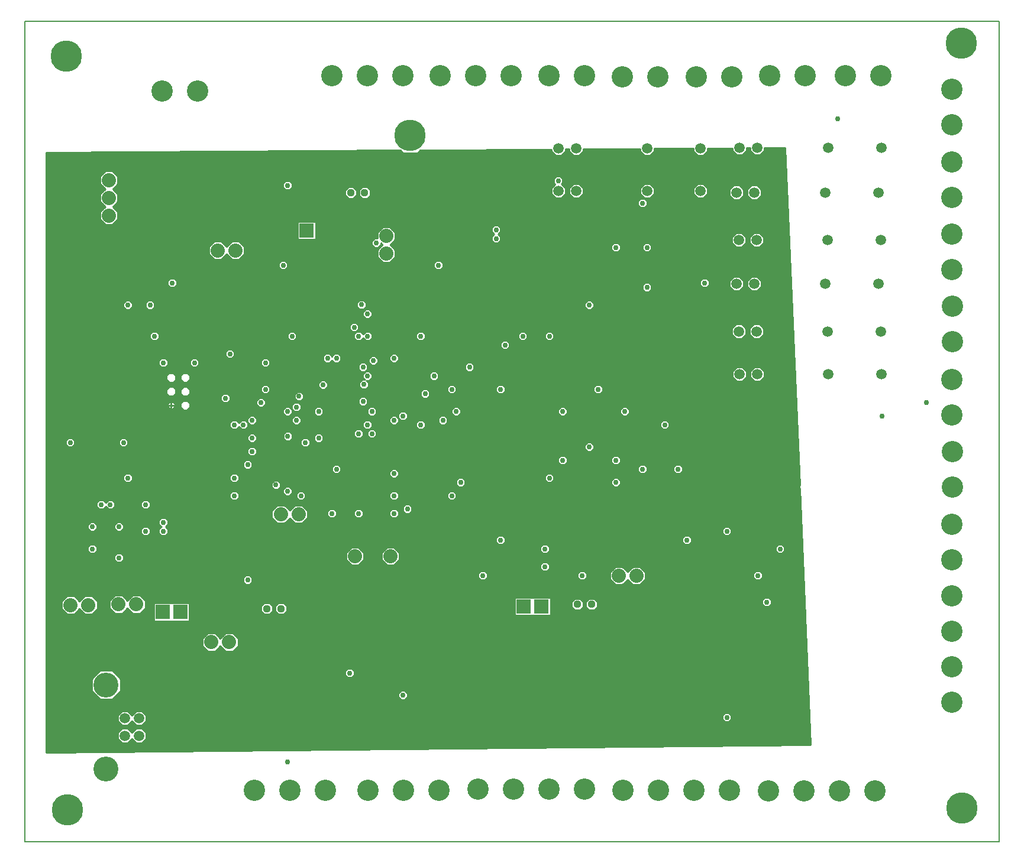
<source format=gbr>
G04 PROTEUS GERBER X2 FILE*
%TF.GenerationSoftware,Labcenter,Proteus,8.9-SP0-Build27865*%
%TF.CreationDate,2020-09-22T21:26:54+00:00*%
%TF.FileFunction,Copper,L3,Inr*%
%TF.FilePolarity,Positive*%
%TF.Part,Single*%
%TF.SameCoordinates,{f185f003-b8c0-4bff-ac61-c446508f75ad}*%
%FSLAX45Y45*%
%MOMM*%
G01*
%TA.AperFunction,ViaPad*%
%ADD13C,0.762000*%
%TA.AperFunction,Conductor*%
%ADD11C,0.254000*%
%TA.AperFunction,ComponentPad*%
%ADD70C,2.032000*%
%TA.AperFunction,ComponentPad*%
%ADD22C,3.048000*%
%TA.AperFunction,WasherPad*%
%ADD39C,1.120000*%
%TA.AperFunction,ComponentPad*%
%ADD27C,1.120000*%
%ADD29R,2.032000X2.032000*%
%TA.AperFunction,ComponentPad*%
%ADD31C,1.500000*%
%TA.AperFunction,ComponentPad*%
%ADD34C,3.570000*%
%TA.AperFunction,OtherPad,Unknown*%
%ADD36C,4.500000*%
%TA.AperFunction,Profile*%
%ADD37C,0.203200*%
%TD.AperFunction*%
G36*
X+1103587Y+2814814D02*
X+1092651Y+2825750D01*
X+1066349Y+2825750D01*
X+1047750Y+2807151D01*
X+1047750Y+2780849D01*
X+1066349Y+2762250D01*
X+1092651Y+2762250D01*
X+1105269Y+2774868D01*
X+1260000Y-900000D01*
X-9680000Y-1010010D01*
X-9678148Y+7579990D01*
X-4611235Y+7613525D01*
X-4574771Y+7577061D01*
X-4365229Y+7577061D01*
X-4326883Y+7615407D01*
X-2448939Y+7627836D01*
X-2448939Y+7597361D01*
X-2388639Y+7537061D01*
X-2303361Y+7537061D01*
X-2243061Y+7597361D01*
X-2243061Y+7629198D01*
X-2194939Y+7629517D01*
X-2194939Y+7597361D01*
X-2134639Y+7537061D01*
X-2049361Y+7537061D01*
X-1989061Y+7597361D01*
X-1989061Y+7630879D01*
X-1178939Y+7636241D01*
X-1178939Y+7597361D01*
X-1118639Y+7537061D01*
X-1033361Y+7537061D01*
X-973061Y+7597361D01*
X-973061Y+7637603D01*
X-416939Y+7641284D01*
X-416939Y+7597361D01*
X-356639Y+7537061D01*
X-271361Y+7537061D01*
X-211061Y+7597361D01*
X-211061Y+7642647D01*
X+141061Y+7644977D01*
X+141061Y+7607361D01*
X+201361Y+7547061D01*
X+286639Y+7547061D01*
X+346939Y+7607361D01*
X+346939Y+7646340D01*
X+395061Y+7646658D01*
X+395061Y+7607361D01*
X+455361Y+7547061D01*
X+540639Y+7547061D01*
X+600939Y+7607361D01*
X+600939Y+7648021D01*
X+900000Y+7650000D01*
X+1103587Y+2814814D01*
G37*
%LPC*%
G36*
X-7661594Y+3891421D02*
X-7718406Y+3891421D01*
X-7758579Y+3931594D01*
X-7758579Y+3988406D01*
X-7718406Y+4028579D01*
X-7661594Y+4028579D01*
X-7621421Y+3988406D01*
X-7621421Y+3931594D01*
X-7661594Y+3891421D01*
G37*
G36*
X-7867906Y+3906660D02*
X-7912094Y+3906660D01*
X-7943340Y+3937906D01*
X-7943340Y+3982094D01*
X-7912094Y+4013340D01*
X-7867906Y+4013340D01*
X-7836660Y+3982094D01*
X-7836660Y+3937906D01*
X-7867906Y+3906660D01*
G37*
G36*
X-7661594Y+4091421D02*
X-7718406Y+4091421D01*
X-7758579Y+4131594D01*
X-7758579Y+4188406D01*
X-7718406Y+4228579D01*
X-7661594Y+4228579D01*
X-7621421Y+4188406D01*
X-7621421Y+4131594D01*
X-7661594Y+4091421D01*
G37*
G36*
X-7861594Y+4091421D02*
X-7918406Y+4091421D01*
X-7958579Y+4131594D01*
X-7958579Y+4188406D01*
X-7918406Y+4228579D01*
X-7861594Y+4228579D01*
X-7821421Y+4188406D01*
X-7821421Y+4131594D01*
X-7861594Y+4091421D01*
G37*
G36*
X-7661594Y+4291421D02*
X-7718406Y+4291421D01*
X-7758579Y+4331594D01*
X-7758579Y+4388406D01*
X-7718406Y+4428579D01*
X-7661594Y+4428579D01*
X-7621421Y+4388406D01*
X-7621421Y+4331594D01*
X-7661594Y+4291421D01*
G37*
G36*
X-7861594Y+4291421D02*
X-7918406Y+4291421D01*
X-7958579Y+4331594D01*
X-7958579Y+4388406D01*
X-7918406Y+4428579D01*
X-7861594Y+4428579D01*
X-7821421Y+4388406D01*
X-7821421Y+4331594D01*
X-7861594Y+4291421D01*
G37*
G36*
X-8650461Y+7241657D02*
X-8650461Y+7134343D01*
X-8723804Y+7061000D01*
X-8650461Y+6987657D01*
X-8650461Y+6880343D01*
X-8723804Y+6807000D01*
X-8650461Y+6733657D01*
X-8650461Y+6626343D01*
X-8726343Y+6550461D01*
X-8833657Y+6550461D01*
X-8909539Y+6626343D01*
X-8909539Y+6733657D01*
X-8836196Y+6807000D01*
X-8909539Y+6880343D01*
X-8909539Y+6987657D01*
X-8836196Y+7061000D01*
X-8909539Y+7134343D01*
X-8909539Y+7241657D01*
X-8833657Y+7317539D01*
X-8726343Y+7317539D01*
X-8650461Y+7241657D01*
G37*
G36*
X-8806303Y+6489500D02*
X-8753697Y+6489500D01*
X-8716500Y+6452303D01*
X-8716500Y+6399697D01*
X-8753697Y+6362500D01*
X-8806303Y+6362500D01*
X-8843500Y+6399697D01*
X-8843500Y+6452303D01*
X-8806303Y+6489500D01*
G37*
G36*
X-5389539Y+1746343D02*
X-5389539Y+1853657D01*
X-5313657Y+1929539D01*
X-5206343Y+1929539D01*
X-5130461Y+1853657D01*
X-5130461Y+1746343D01*
X-5206343Y+1670461D01*
X-5313657Y+1670461D01*
X-5389539Y+1746343D01*
G37*
G36*
X-4881539Y+1746343D02*
X-4881539Y+1853657D01*
X-4805657Y+1929539D01*
X-4698343Y+1929539D01*
X-4622461Y+1853657D01*
X-4622461Y+1746343D01*
X-4698343Y+1670461D01*
X-4805657Y+1670461D01*
X-4881539Y+1746343D01*
G37*
G36*
X-6840461Y+6233657D02*
X-6840461Y+6126343D01*
X-6916343Y+6050461D01*
X-7023657Y+6050461D01*
X-7097000Y+6123804D01*
X-7170343Y+6050461D01*
X-7277657Y+6050461D01*
X-7353539Y+6126343D01*
X-7353539Y+6233657D01*
X-7277657Y+6309539D01*
X-7170343Y+6309539D01*
X-7097000Y+6236196D01*
X-7023657Y+6309539D01*
X-6916343Y+6309539D01*
X-6840461Y+6233657D01*
G37*
G36*
X-5936461Y+2453657D02*
X-5936461Y+2346343D01*
X-6012343Y+2270461D01*
X-6119657Y+2270461D01*
X-6193000Y+2343804D01*
X-6266343Y+2270461D01*
X-6373657Y+2270461D01*
X-6449539Y+2346343D01*
X-6449539Y+2453657D01*
X-6373657Y+2529539D01*
X-6266343Y+2529539D01*
X-6193000Y+2456196D01*
X-6119657Y+2529539D01*
X-6012343Y+2529539D01*
X-5936461Y+2453657D01*
G37*
G36*
X-5236061Y+7044769D02*
X-5236061Y+6975231D01*
X-5285231Y+6926061D01*
X-5354769Y+6926061D01*
X-5403939Y+6975231D01*
X-5403939Y+7044769D01*
X-5354769Y+7093939D01*
X-5285231Y+7093939D01*
X-5236061Y+7044769D01*
G37*
G36*
X-5203939Y+6975231D02*
X-5203939Y+7044769D01*
X-5154769Y+7093939D01*
X-5085231Y+7093939D01*
X-5036061Y+7044769D01*
X-5036061Y+6975231D01*
X-5085231Y+6926061D01*
X-5154769Y+6926061D01*
X-5203939Y+6975231D01*
G37*
G36*
X-5923697Y+6146500D02*
X-5976303Y+6146500D01*
X-6013500Y+6183697D01*
X-6013500Y+6236303D01*
X-5976303Y+6273500D01*
X-5923697Y+6273500D01*
X-5886500Y+6236303D01*
X-5886500Y+6183697D01*
X-5923697Y+6146500D01*
G37*
G36*
X-6079539Y+6334461D02*
X-6079539Y+6593539D01*
X-5820461Y+6593539D01*
X-5820461Y+6334461D01*
X-6079539Y+6334461D01*
G37*
G36*
X-4680461Y+6443657D02*
X-4680461Y+6336343D01*
X-4753804Y+6263000D01*
X-4680461Y+6189657D01*
X-4680461Y+6082343D01*
X-4756343Y+6006461D01*
X-4863657Y+6006461D01*
X-4939539Y+6082343D01*
X-4939539Y+6189657D01*
X-4866196Y+6263000D01*
X-4886961Y+6283765D01*
X-4886961Y+6259146D01*
X-4925646Y+6220461D01*
X-4980354Y+6220461D01*
X-5019039Y+6259146D01*
X-5019039Y+6313854D01*
X-4980354Y+6352539D01*
X-4939539Y+6352539D01*
X-4939539Y+6443657D01*
X-4863657Y+6519539D01*
X-4756343Y+6519539D01*
X-4680461Y+6443657D01*
G37*
G36*
X-7626461Y+870461D02*
X-8139539Y+870461D01*
X-8139539Y+1129539D01*
X-7626461Y+1129539D01*
X-7626461Y+870461D01*
G37*
G36*
X-6930461Y+623657D02*
X-6930461Y+516343D01*
X-7006343Y+440461D01*
X-7113657Y+440461D01*
X-7187000Y+513804D01*
X-7260343Y+440461D01*
X-7367657Y+440461D01*
X-7443539Y+516343D01*
X-7443539Y+623657D01*
X-7367657Y+699539D01*
X-7260343Y+699539D01*
X-7187000Y+626196D01*
X-7113657Y+699539D01*
X-7006343Y+699539D01*
X-6930461Y+623657D01*
G37*
G36*
X-6236061Y+1084769D02*
X-6236061Y+1015231D01*
X-6285231Y+966061D01*
X-6354769Y+966061D01*
X-6403939Y+1015231D01*
X-6403939Y+1084769D01*
X-6354769Y+1133939D01*
X-6285231Y+1133939D01*
X-6236061Y+1084769D01*
G37*
G36*
X-6436061Y+1084769D02*
X-6436061Y+1015231D01*
X-6485231Y+966061D01*
X-6554769Y+966061D01*
X-6603939Y+1015231D01*
X-6603939Y+1084769D01*
X-6554769Y+1133939D01*
X-6485231Y+1133939D01*
X-6436061Y+1084769D01*
G37*
G36*
X-2460461Y+950461D02*
X-2973539Y+950461D01*
X-2973539Y+1209539D01*
X-2460461Y+1209539D01*
X-2460461Y+950461D01*
G37*
G36*
X-1100461Y+1573657D02*
X-1100461Y+1466343D01*
X-1176343Y+1390461D01*
X-1283657Y+1390461D01*
X-1357000Y+1463804D01*
X-1430343Y+1390461D01*
X-1537657Y+1390461D01*
X-1613539Y+1466343D01*
X-1613539Y+1573657D01*
X-1537657Y+1649539D01*
X-1430343Y+1649539D01*
X-1357000Y+1576196D01*
X-1283657Y+1649539D01*
X-1176343Y+1649539D01*
X-1100461Y+1573657D01*
G37*
G36*
X-1790061Y+1144769D02*
X-1790061Y+1075231D01*
X-1839231Y+1026061D01*
X-1908769Y+1026061D01*
X-1957939Y+1075231D01*
X-1957939Y+1144769D01*
X-1908769Y+1193939D01*
X-1839231Y+1193939D01*
X-1790061Y+1144769D01*
G37*
G36*
X-1990061Y+1144769D02*
X-1990061Y+1075231D01*
X-2039231Y+1026061D01*
X-2108769Y+1026061D01*
X-2157939Y+1075231D01*
X-2157939Y+1144769D01*
X-2108769Y+1193939D01*
X-2039231Y+1193939D01*
X-1990061Y+1144769D01*
G37*
G36*
X+355061Y+6967361D02*
X+355061Y+7052639D01*
X+415361Y+7112939D01*
X+500639Y+7112939D01*
X+560939Y+7052639D01*
X+560939Y+6967361D01*
X+500639Y+6907061D01*
X+415361Y+6907061D01*
X+355061Y+6967361D01*
G37*
G36*
X+101061Y+6967361D02*
X+101061Y+7052639D01*
X+161361Y+7112939D01*
X+246639Y+7112939D01*
X+306939Y+7052639D01*
X+306939Y+6967361D01*
X+246639Y+6907061D01*
X+161361Y+6907061D01*
X+101061Y+6967361D01*
G37*
G36*
X+385061Y+6287361D02*
X+385061Y+6372639D01*
X+445361Y+6432939D01*
X+530639Y+6432939D01*
X+590939Y+6372639D01*
X+590939Y+6287361D01*
X+530639Y+6227061D01*
X+445361Y+6227061D01*
X+385061Y+6287361D01*
G37*
G36*
X+131061Y+6287361D02*
X+131061Y+6372639D01*
X+191361Y+6432939D01*
X+276639Y+6432939D01*
X+336939Y+6372639D01*
X+336939Y+6287361D01*
X+276639Y+6227061D01*
X+191361Y+6227061D01*
X+131061Y+6287361D01*
G37*
G36*
X+355061Y+5657361D02*
X+355061Y+5742639D01*
X+415361Y+5802939D01*
X+500639Y+5802939D01*
X+560939Y+5742639D01*
X+560939Y+5657361D01*
X+500639Y+5597061D01*
X+415361Y+5597061D01*
X+355061Y+5657361D01*
G37*
G36*
X+101061Y+5657361D02*
X+101061Y+5742639D01*
X+161361Y+5802939D01*
X+246639Y+5802939D01*
X+306939Y+5742639D01*
X+306939Y+5657361D01*
X+246639Y+5597061D01*
X+161361Y+5597061D01*
X+101061Y+5657361D01*
G37*
G36*
X+385061Y+4977361D02*
X+385061Y+5062639D01*
X+445361Y+5122939D01*
X+530639Y+5122939D01*
X+590939Y+5062639D01*
X+590939Y+4977361D01*
X+530639Y+4917061D01*
X+445361Y+4917061D01*
X+385061Y+4977361D01*
G37*
G36*
X+131061Y+4977361D02*
X+131061Y+5062639D01*
X+191361Y+5122939D01*
X+276639Y+5122939D01*
X+336939Y+5062639D01*
X+336939Y+4977361D01*
X+276639Y+4917061D01*
X+191361Y+4917061D01*
X+131061Y+4977361D01*
G37*
G36*
X+395061Y+4367361D02*
X+395061Y+4452639D01*
X+455361Y+4512939D01*
X+540639Y+4512939D01*
X+600939Y+4452639D01*
X+600939Y+4367361D01*
X+540639Y+4307061D01*
X+455361Y+4307061D01*
X+395061Y+4367361D01*
G37*
G36*
X+141061Y+4367361D02*
X+141061Y+4452639D01*
X+201361Y+4512939D01*
X+286639Y+4512939D01*
X+346939Y+4452639D01*
X+346939Y+4367361D01*
X+286639Y+4307061D01*
X+201361Y+4307061D01*
X+141061Y+4367361D01*
G37*
G36*
X-416939Y+6987361D02*
X-416939Y+7072639D01*
X-356639Y+7132939D01*
X-271361Y+7132939D01*
X-211061Y+7072639D01*
X-211061Y+6987361D01*
X-271361Y+6927061D01*
X-356639Y+6927061D01*
X-416939Y+6987361D01*
G37*
G36*
X-1178939Y+6987361D02*
X-1178939Y+7072639D01*
X-1118639Y+7132939D01*
X-1033361Y+7132939D01*
X-973061Y+7072639D01*
X-973061Y+6987361D01*
X-1033361Y+6927061D01*
X-1118639Y+6927061D01*
X-1178939Y+6987361D01*
G37*
G36*
X-2194939Y+6987361D02*
X-2194939Y+7072639D01*
X-2134639Y+7132939D01*
X-2049361Y+7132939D01*
X-1989061Y+7072639D01*
X-1989061Y+6987361D01*
X-2049361Y+6927061D01*
X-2134639Y+6927061D01*
X-2194939Y+6987361D01*
G37*
G36*
X-2283461Y+7202854D02*
X-2283461Y+7148146D01*
X-2301014Y+7130592D01*
X-2243061Y+7072639D01*
X-2243061Y+6987361D01*
X-2303361Y+6927061D01*
X-2388639Y+6927061D01*
X-2448939Y+6987361D01*
X-2448939Y+7072639D01*
X-2394486Y+7127092D01*
X-2415539Y+7148146D01*
X-2415539Y+7202854D01*
X-2376854Y+7241539D01*
X-2322146Y+7241539D01*
X-2283461Y+7202854D01*
G37*
G36*
X-8946461Y+1153657D02*
X-8946461Y+1046343D01*
X-9022343Y+970461D01*
X-9129657Y+970461D01*
X-9203000Y+1043804D01*
X-9276343Y+970461D01*
X-9383657Y+970461D01*
X-9459539Y+1046343D01*
X-9459539Y+1153657D01*
X-9383657Y+1229539D01*
X-9276343Y+1229539D01*
X-9203000Y+1156196D01*
X-9129657Y+1229539D01*
X-9022343Y+1229539D01*
X-8946461Y+1153657D01*
G37*
G36*
X-8260461Y+1163657D02*
X-8260461Y+1056343D01*
X-8336343Y+980461D01*
X-8443657Y+980461D01*
X-8517000Y+1053804D01*
X-8590343Y+980461D01*
X-8697657Y+980461D01*
X-8773539Y+1056343D01*
X-8773539Y+1163657D01*
X-8697657Y+1239539D01*
X-8590343Y+1239539D01*
X-8517000Y+1166196D01*
X-8443657Y+1239539D01*
X-8336343Y+1239539D01*
X-8260461Y+1163657D01*
G37*
G36*
X-8246061Y-727361D02*
X-8246061Y-812639D01*
X-8306361Y-872939D01*
X-8391639Y-872939D01*
X-8449000Y-815578D01*
X-8506361Y-872939D01*
X-8591639Y-872939D01*
X-8651939Y-812639D01*
X-8651939Y-727361D01*
X-8591639Y-667061D01*
X-8506361Y-667061D01*
X-8449000Y-724422D01*
X-8391639Y-667061D01*
X-8306361Y-667061D01*
X-8246061Y-727361D01*
G37*
G36*
X-8246061Y-477361D02*
X-8246061Y-562639D01*
X-8306361Y-622939D01*
X-8391639Y-622939D01*
X-8449000Y-565578D01*
X-8506361Y-622939D01*
X-8591639Y-622939D01*
X-8651939Y-562639D01*
X-8651939Y-477361D01*
X-8591639Y-417061D01*
X-8506361Y-417061D01*
X-8449000Y-474422D01*
X-8391639Y-417061D01*
X-8306361Y-417061D01*
X-8246061Y-477361D01*
G37*
G36*
X-8905510Y+163439D02*
X-8734490Y+163439D01*
X-8613561Y+42510D01*
X-8613561Y-128510D01*
X-8734490Y-249439D01*
X-8905510Y-249439D01*
X-9026439Y-128510D01*
X-9026439Y+42510D01*
X-8905510Y+163439D01*
G37*
G36*
X-7934961Y+2313354D02*
X-7934961Y+2258646D01*
X-7971107Y+2222500D01*
X-7934961Y+2186354D01*
X-7934961Y+2131646D01*
X-7973646Y+2092961D01*
X-8028354Y+2092961D01*
X-8067039Y+2131646D01*
X-8067039Y+2186354D01*
X-8030893Y+2222500D01*
X-8067039Y+2258646D01*
X-8067039Y+2313354D01*
X-8028354Y+2352039D01*
X-7973646Y+2352039D01*
X-7934961Y+2313354D01*
G37*
G36*
X-8702039Y+2195146D02*
X-8702039Y+2249854D01*
X-8663354Y+2288539D01*
X-8608646Y+2288539D01*
X-8569961Y+2249854D01*
X-8569961Y+2195146D01*
X-8608646Y+2156461D01*
X-8663354Y+2156461D01*
X-8702039Y+2195146D01*
G37*
G36*
X-5013961Y+4980354D02*
X-5013961Y+4925646D01*
X-5052646Y+4886961D01*
X-5107354Y+4886961D01*
X-5143500Y+4923107D01*
X-5179646Y+4886961D01*
X-5234354Y+4886961D01*
X-5273039Y+4925646D01*
X-5273039Y+4980354D01*
X-5234354Y+5019039D01*
X-5179646Y+5019039D01*
X-5143500Y+4982893D01*
X-5107354Y+5019039D01*
X-5052646Y+5019039D01*
X-5013961Y+4980354D01*
G37*
G36*
X-7178039Y+4036646D02*
X-7178039Y+4091354D01*
X-7139354Y+4130039D01*
X-7084646Y+4130039D01*
X-7045961Y+4091354D01*
X-7045961Y+4036646D01*
X-7084646Y+3997961D01*
X-7139354Y+3997961D01*
X-7178039Y+4036646D01*
G37*
G36*
X-6606539Y+4163646D02*
X-6606539Y+4218354D01*
X-6567854Y+4257039D01*
X-6513146Y+4257039D01*
X-6474461Y+4218354D01*
X-6474461Y+4163646D01*
X-6513146Y+4124961D01*
X-6567854Y+4124961D01*
X-6606539Y+4163646D01*
G37*
G36*
X-6035039Y+3401646D02*
X-6035039Y+3456354D01*
X-5996354Y+3495039D01*
X-5941646Y+3495039D01*
X-5902961Y+3456354D01*
X-5902961Y+3401646D01*
X-5941646Y+3362961D01*
X-5996354Y+3362961D01*
X-6035039Y+3401646D01*
G37*
G36*
X-4574539Y+2449146D02*
X-4574539Y+2503854D01*
X-4535854Y+2542539D01*
X-4481146Y+2542539D01*
X-4442461Y+2503854D01*
X-4442461Y+2449146D01*
X-4481146Y+2410461D01*
X-4535854Y+2410461D01*
X-4574539Y+2449146D01*
G37*
G36*
X+441961Y+1496646D02*
X+441961Y+1551354D01*
X+480646Y+1590039D01*
X+535354Y+1590039D01*
X+574039Y+1551354D01*
X+574039Y+1496646D01*
X+535354Y+1457961D01*
X+480646Y+1457961D01*
X+441961Y+1496646D01*
G37*
G36*
X-6352539Y+5941646D02*
X-6352539Y+5996354D01*
X-6313854Y+6035039D01*
X-6259146Y+6035039D01*
X-6220461Y+5996354D01*
X-6220461Y+5941646D01*
X-6259146Y+5902961D01*
X-6313854Y+5902961D01*
X-6352539Y+5941646D01*
G37*
G36*
X-8575039Y+5370146D02*
X-8575039Y+5424854D01*
X-8536354Y+5463539D01*
X-8481646Y+5463539D01*
X-8442961Y+5424854D01*
X-8442961Y+5370146D01*
X-8481646Y+5331461D01*
X-8536354Y+5331461D01*
X-8575039Y+5370146D01*
G37*
G36*
X+759461Y+1877646D02*
X+759461Y+1932354D01*
X+798146Y+1971039D01*
X+852854Y+1971039D01*
X+891539Y+1932354D01*
X+891539Y+1877646D01*
X+852854Y+1838961D01*
X+798146Y+1838961D01*
X+759461Y+1877646D01*
G37*
G36*
X-5273039Y+2385646D02*
X-5273039Y+2440354D01*
X-5234354Y+2479039D01*
X-5179646Y+2479039D01*
X-5140961Y+2440354D01*
X-5140961Y+2385646D01*
X-5179646Y+2346961D01*
X-5234354Y+2346961D01*
X-5273039Y+2385646D01*
G37*
G36*
X-7051039Y+2639646D02*
X-7051039Y+2694354D01*
X-7012354Y+2733039D01*
X-6957646Y+2733039D01*
X-6918961Y+2694354D01*
X-6918961Y+2639646D01*
X-6957646Y+2600961D01*
X-7012354Y+2600961D01*
X-7051039Y+2639646D01*
G37*
G36*
X-4320539Y+4100146D02*
X-4320539Y+4154854D01*
X-4281854Y+4193539D01*
X-4227146Y+4193539D01*
X-4188461Y+4154854D01*
X-4188461Y+4100146D01*
X-4227146Y+4061461D01*
X-4281854Y+4061461D01*
X-4320539Y+4100146D01*
G37*
G36*
X-8702039Y+1750646D02*
X-8702039Y+1805354D01*
X-8663354Y+1844039D01*
X-8608646Y+1844039D01*
X-8569961Y+1805354D01*
X-8569961Y+1750646D01*
X-8608646Y+1711961D01*
X-8663354Y+1711961D01*
X-8702039Y+1750646D01*
G37*
G36*
X-5654039Y+2385646D02*
X-5654039Y+2440354D01*
X-5615354Y+2479039D01*
X-5560646Y+2479039D01*
X-5521961Y+2440354D01*
X-5521961Y+2385646D01*
X-5560646Y+2346961D01*
X-5615354Y+2346961D01*
X-5654039Y+2385646D01*
G37*
G36*
X-9083039Y+1877646D02*
X-9083039Y+1932354D01*
X-9044354Y+1971039D01*
X-8989646Y+1971039D01*
X-8950961Y+1932354D01*
X-8950961Y+1877646D01*
X-8989646Y+1838961D01*
X-9044354Y+1838961D01*
X-9083039Y+1877646D01*
G37*
G36*
X-7114539Y+4671646D02*
X-7114539Y+4726354D01*
X-7075854Y+4765039D01*
X-7021146Y+4765039D01*
X-6982461Y+4726354D01*
X-6982461Y+4671646D01*
X-7021146Y+4632961D01*
X-7075854Y+4632961D01*
X-7114539Y+4671646D01*
G37*
G36*
X-7940039Y+5687646D02*
X-7940039Y+5742354D01*
X-7901354Y+5781039D01*
X-7846646Y+5781039D01*
X-7807961Y+5742354D01*
X-7807961Y+5687646D01*
X-7846646Y+5648961D01*
X-7901354Y+5648961D01*
X-7940039Y+5687646D01*
G37*
G36*
X-8321039Y+2512646D02*
X-8321039Y+2567354D01*
X-8282354Y+2606039D01*
X-8227646Y+2606039D01*
X-8188961Y+2567354D01*
X-8188961Y+2512646D01*
X-8227646Y+2473961D01*
X-8282354Y+2473961D01*
X-8321039Y+2512646D01*
G37*
G36*
X-6289039Y+7084646D02*
X-6289039Y+7139354D01*
X-6250354Y+7178039D01*
X-6195646Y+7178039D01*
X-6156961Y+7139354D01*
X-6156961Y+7084646D01*
X-6195646Y+7045961D01*
X-6250354Y+7045961D01*
X-6289039Y+7084646D01*
G37*
G36*
X-8575039Y+2893646D02*
X-8575039Y+2948354D01*
X-8536354Y+2987039D01*
X-8481646Y+2987039D01*
X-8442961Y+2948354D01*
X-8442961Y+2893646D01*
X-8481646Y+2854961D01*
X-8536354Y+2854961D01*
X-8575039Y+2893646D01*
G37*
G36*
X-6225539Y+4925646D02*
X-6225539Y+4980354D01*
X-6186854Y+5019039D01*
X-6132146Y+5019039D01*
X-6093461Y+4980354D01*
X-6093461Y+4925646D01*
X-6132146Y+4886961D01*
X-6186854Y+4886961D01*
X-6225539Y+4925646D01*
G37*
G36*
X-9400539Y+3401646D02*
X-9400539Y+3456354D01*
X-9361854Y+3495039D01*
X-9307146Y+3495039D01*
X-9268461Y+3456354D01*
X-9268461Y+3401646D01*
X-9307146Y+3362961D01*
X-9361854Y+3362961D01*
X-9400539Y+3401646D01*
G37*
G36*
X-1209039Y+3020646D02*
X-1209039Y+3075354D01*
X-1170354Y+3114039D01*
X-1115646Y+3114039D01*
X-1076961Y+3075354D01*
X-1076961Y+3020646D01*
X-1115646Y+2981961D01*
X-1170354Y+2981961D01*
X-1209039Y+3020646D01*
G37*
G36*
X-8696961Y+2567354D02*
X-8696961Y+2512646D01*
X-8735646Y+2473961D01*
X-8790354Y+2473961D01*
X-8826500Y+2510107D01*
X-8862646Y+2473961D01*
X-8917354Y+2473961D01*
X-8956039Y+2512646D01*
X-8956039Y+2567354D01*
X-8917354Y+2606039D01*
X-8862646Y+2606039D01*
X-8826500Y+2569893D01*
X-8790354Y+2606039D01*
X-8735646Y+2606039D01*
X-8696961Y+2567354D01*
G37*
G36*
X-2606039Y+1877646D02*
X-2606039Y+1932354D01*
X-2567354Y+1971039D01*
X-2512646Y+1971039D01*
X-2473961Y+1932354D01*
X-2473961Y+1877646D01*
X-2512646Y+1838961D01*
X-2567354Y+1838961D01*
X-2606039Y+1877646D01*
G37*
G36*
X-3241039Y+2004646D02*
X-3241039Y+2059354D01*
X-3202354Y+2098039D01*
X-3147646Y+2098039D01*
X-3108961Y+2059354D01*
X-3108961Y+2004646D01*
X-3147646Y+1965961D01*
X-3202354Y+1965961D01*
X-3241039Y+2004646D01*
G37*
G36*
X-7143750Y+4177849D02*
X-7143750Y+4204151D01*
X-7125151Y+4222750D01*
X-7098849Y+4222750D01*
X-7080250Y+4204151D01*
X-7080250Y+4177849D01*
X-7098849Y+4159250D01*
X-7125151Y+4159250D01*
X-7143750Y+4177849D01*
G37*
G36*
X-8413750Y+2018849D02*
X-8413750Y+2045151D01*
X-8395151Y+2063750D01*
X-8368849Y+2063750D01*
X-8350250Y+2045151D01*
X-8350250Y+2018849D01*
X-8368849Y+2000250D01*
X-8395151Y+2000250D01*
X-8413750Y+2018849D01*
G37*
G36*
X-3714750Y+3669849D02*
X-3714750Y+3696151D01*
X-3696151Y+3714750D01*
X-3669849Y+3714750D01*
X-3651250Y+3696151D01*
X-3651250Y+3669849D01*
X-3669849Y+3651250D01*
X-3696151Y+3651250D01*
X-3714750Y+3669849D01*
G37*
G36*
X+349250Y+2780849D02*
X+349250Y+2807151D01*
X+367849Y+2825750D01*
X+394151Y+2825750D01*
X+412750Y+2807151D01*
X+412750Y+2780849D01*
X+394151Y+2762250D01*
X+367849Y+2762250D01*
X+349250Y+2780849D01*
G37*
G36*
X-4603750Y+1256849D02*
X-4603750Y+1283151D01*
X-4585151Y+1301750D01*
X-4558849Y+1301750D01*
X-4540250Y+1283151D01*
X-4540250Y+1256849D01*
X-4558849Y+1238250D01*
X-4585151Y+1238250D01*
X-4603750Y+1256849D01*
G37*
G36*
X-5302250Y+4622349D02*
X-5302250Y+4648651D01*
X-5283651Y+4667250D01*
X-5257349Y+4667250D01*
X-5238750Y+4648651D01*
X-5238750Y+4622349D01*
X-5257349Y+4603750D01*
X-5283651Y+4603750D01*
X-5302250Y+4622349D01*
G37*
G36*
X-412750Y+2780849D02*
X-412750Y+2807151D01*
X-394151Y+2825750D01*
X-367849Y+2825750D01*
X-349250Y+2807151D01*
X-349250Y+2780849D01*
X-367849Y+2762250D01*
X-394151Y+2762250D01*
X-412750Y+2780849D01*
G37*
G36*
X-8667750Y+5003349D02*
X-8667750Y+5029651D01*
X-8649151Y+5048250D01*
X-8622849Y+5048250D01*
X-8604250Y+5029651D01*
X-8604250Y+5003349D01*
X-8622849Y+4984750D01*
X-8649151Y+4984750D01*
X-8667750Y+5003349D01*
G37*
G36*
X-7016750Y+6590849D02*
X-7016750Y+6617151D01*
X-6998151Y+6635750D01*
X-6971849Y+6635750D01*
X-6953250Y+6617151D01*
X-6953250Y+6590849D01*
X-6971849Y+6572250D01*
X-6998151Y+6572250D01*
X-7016750Y+6590849D01*
G37*
G36*
X-8159750Y+1764849D02*
X-8159750Y+1791151D01*
X-8141151Y+1809750D01*
X-8114849Y+1809750D01*
X-8096250Y+1791151D01*
X-8096250Y+1764849D01*
X-8114849Y+1746250D01*
X-8141151Y+1746250D01*
X-8159750Y+1764849D01*
G37*
G36*
X-8413750Y+3288849D02*
X-8413750Y+3315151D01*
X-8395151Y+3333750D01*
X-8368849Y+3333750D01*
X-8350250Y+3315151D01*
X-8350250Y+3288849D01*
X-8368849Y+3270250D01*
X-8395151Y+3270250D01*
X-8413750Y+3288849D01*
G37*
G36*
X-31750Y+2780849D02*
X-31750Y+2807151D01*
X-13151Y+2825750D01*
X+13151Y+2825750D01*
X+31750Y+2807151D01*
X+31750Y+2780849D01*
X+13151Y+2762250D01*
X-13151Y+2762250D01*
X-31750Y+2780849D01*
G37*
G36*
X-3714750Y+4114349D02*
X-3714750Y+4140651D01*
X-3696151Y+4159250D01*
X-3669849Y+4159250D01*
X-3651250Y+4140651D01*
X-3651250Y+4114349D01*
X-3669849Y+4095750D01*
X-3696151Y+4095750D01*
X-3714750Y+4114349D01*
G37*
G36*
X-5302250Y-711651D02*
X-5302250Y-685349D01*
X-5283651Y-666750D01*
X-5257349Y-666750D01*
X-5238750Y-685349D01*
X-5238750Y-711651D01*
X-5257349Y-730250D01*
X-5283651Y-730250D01*
X-5302250Y-711651D01*
G37*
G36*
X-4222750Y+3669849D02*
X-4222750Y+3696151D01*
X-4204151Y+3714750D01*
X-4177849Y+3714750D01*
X-4159250Y+3696151D01*
X-4159250Y+3669849D01*
X-4177849Y+3651250D01*
X-4204151Y+3651250D01*
X-4222750Y+3669849D01*
G37*
G36*
X-2698750Y+5828849D02*
X-2698750Y+5855151D01*
X-2680151Y+5873750D01*
X-2653849Y+5873750D01*
X-2635250Y+5855151D01*
X-2635250Y+5828849D01*
X-2653849Y+5810250D01*
X-2680151Y+5810250D01*
X-2698750Y+5828849D01*
G37*
G36*
X-2698750Y+6082849D02*
X-2698750Y+6109151D01*
X-2680151Y+6127750D01*
X-2653849Y+6127750D01*
X-2635250Y+6109151D01*
X-2635250Y+6082849D01*
X-2653849Y+6064250D01*
X-2680151Y+6064250D01*
X-2698750Y+6082849D01*
G37*
G36*
X-2698750Y+6336849D02*
X-2698750Y+6363151D01*
X-2680151Y+6381750D01*
X-2653849Y+6381750D01*
X-2635250Y+6363151D01*
X-2635250Y+6336849D01*
X-2653849Y+6318250D01*
X-2680151Y+6318250D01*
X-2698750Y+6336849D01*
G37*
G36*
X-2698750Y+5574849D02*
X-2698750Y+5601151D01*
X-2680151Y+5619750D01*
X-2653849Y+5619750D01*
X-2635250Y+5601151D01*
X-2635250Y+5574849D01*
X-2653849Y+5556250D01*
X-2680151Y+5556250D01*
X-2698750Y+5574849D01*
G37*
G36*
X-3714750Y+3034849D02*
X-3714750Y+3061151D01*
X-3696151Y+3079750D01*
X-3669849Y+3079750D01*
X-3651250Y+3061151D01*
X-3651250Y+3034849D01*
X-3669849Y+3016250D01*
X-3696151Y+3016250D01*
X-3714750Y+3034849D01*
G37*
G36*
X-6127750Y+4622349D02*
X-6127750Y+4648651D01*
X-6109151Y+4667250D01*
X-6082849Y+4667250D01*
X-6064250Y+4648651D01*
X-6064250Y+4622349D01*
X-6082849Y+4603750D01*
X-6109151Y+4603750D01*
X-6127750Y+4622349D01*
G37*
G36*
X-8794750Y+3288849D02*
X-8794750Y+3315151D01*
X-8776151Y+3333750D01*
X-8749849Y+3333750D01*
X-8731250Y+3315151D01*
X-8731250Y+3288849D01*
X-8749849Y+3270250D01*
X-8776151Y+3270250D01*
X-8794750Y+3288849D01*
G37*
G36*
X-8032750Y+5701849D02*
X-8032750Y+5728151D01*
X-8014151Y+5746750D01*
X-7987849Y+5746750D01*
X-7969250Y+5728151D01*
X-7969250Y+5701849D01*
X-7987849Y+5683250D01*
X-8014151Y+5683250D01*
X-8032750Y+5701849D01*
G37*
G36*
X-4286250Y+1193349D02*
X-4286250Y+1219651D01*
X-4267651Y+1238250D01*
X-4241349Y+1238250D01*
X-4222750Y+1219651D01*
X-4222750Y+1193349D01*
X-4241349Y+1174750D01*
X-4267651Y+1174750D01*
X-4286250Y+1193349D01*
G37*
G36*
X-7778750Y+4939849D02*
X-7778750Y+4966151D01*
X-7760151Y+4984750D01*
X-7733849Y+4984750D01*
X-7715250Y+4966151D01*
X-7715250Y+4939849D01*
X-7733849Y+4921250D01*
X-7760151Y+4921250D01*
X-7778750Y+4939849D01*
G37*
G36*
X-9302750Y+3733349D02*
X-9302750Y+3759651D01*
X-9284151Y+3778250D01*
X-9257849Y+3778250D01*
X-9239250Y+3759651D01*
X-9239250Y+3733349D01*
X-9257849Y+3714750D01*
X-9284151Y+3714750D01*
X-9302750Y+3733349D01*
G37*
G36*
X-6254750Y+4177849D02*
X-6254750Y+4204151D01*
X-6236151Y+4222750D01*
X-6209849Y+4222750D01*
X-6191250Y+4204151D01*
X-6191250Y+4177849D01*
X-6209849Y+4159250D01*
X-6236151Y+4159250D01*
X-6254750Y+4177849D01*
G37*
G36*
X-9048750Y+4177849D02*
X-9048750Y+4204151D01*
X-9030151Y+4222750D01*
X-9003849Y+4222750D01*
X-8985250Y+4204151D01*
X-8985250Y+4177849D01*
X-9003849Y+4159250D01*
X-9030151Y+4159250D01*
X-9048750Y+4177849D01*
G37*
G36*
X-3651250Y+3415849D02*
X-3651250Y+3442151D01*
X-3632651Y+3460750D01*
X-3606349Y+3460750D01*
X-3587750Y+3442151D01*
X-3587750Y+3415849D01*
X-3606349Y+3397250D01*
X-3632651Y+3397250D01*
X-3651250Y+3415849D01*
G37*
G36*
X-4730750Y+3923849D02*
X-4730750Y+3950151D01*
X-4712151Y+3968750D01*
X-4685849Y+3968750D01*
X-4667250Y+3950151D01*
X-4667250Y+3923849D01*
X-4685849Y+3905250D01*
X-4712151Y+3905250D01*
X-4730750Y+3923849D01*
G37*
G36*
X-8667750Y+2526849D02*
X-8667750Y+2553151D01*
X-8649151Y+2571750D01*
X-8622849Y+2571750D01*
X-8604250Y+2553151D01*
X-8604250Y+2526849D01*
X-8622849Y+2508250D01*
X-8649151Y+2508250D01*
X-8667750Y+2526849D01*
G37*
G36*
X-6000750Y+3034849D02*
X-6000750Y+3061151D01*
X-5982151Y+3079750D01*
X-5955849Y+3079750D01*
X-5937250Y+3061151D01*
X-5937250Y+3034849D01*
X-5955849Y+3016250D01*
X-5982151Y+3016250D01*
X-6000750Y+3034849D01*
G37*
G36*
X-5492750Y+2653849D02*
X-5492750Y+2680151D01*
X-5474151Y+2698750D01*
X-5447849Y+2698750D01*
X-5429250Y+2680151D01*
X-5429250Y+2653849D01*
X-5447849Y+2635250D01*
X-5474151Y+2635250D01*
X-5492750Y+2653849D01*
G37*
G36*
X-1463039Y+3846146D02*
X-1463039Y+3900854D01*
X-1424354Y+3939539D01*
X-1369646Y+3939539D01*
X-1330961Y+3900854D01*
X-1330961Y+3846146D01*
X-1369646Y+3807461D01*
X-1424354Y+3807461D01*
X-1463039Y+3846146D01*
G37*
G36*
X-2352039Y+3846146D02*
X-2352039Y+3900854D01*
X-2313354Y+3939539D01*
X-2258646Y+3939539D01*
X-2219961Y+3900854D01*
X-2219961Y+3846146D01*
X-2258646Y+3807461D01*
X-2313354Y+3807461D01*
X-2352039Y+3846146D01*
G37*
G36*
X-1971039Y+3338146D02*
X-1971039Y+3392854D01*
X-1932354Y+3431539D01*
X-1877646Y+3431539D01*
X-1838961Y+3392854D01*
X-1838961Y+3338146D01*
X-1877646Y+3299461D01*
X-1932354Y+3299461D01*
X-1971039Y+3338146D01*
G37*
G36*
X-891539Y+3655646D02*
X-891539Y+3710354D01*
X-852854Y+3749039D01*
X-798146Y+3749039D01*
X-759461Y+3710354D01*
X-759461Y+3655646D01*
X-798146Y+3616961D01*
X-852854Y+3616961D01*
X-891539Y+3655646D01*
G37*
G36*
X-2352039Y+3147646D02*
X-2352039Y+3202354D01*
X-2313354Y+3241039D01*
X-2258646Y+3241039D01*
X-2219961Y+3202354D01*
X-2219961Y+3147646D01*
X-2258646Y+3108961D01*
X-2313354Y+3108961D01*
X-2352039Y+3147646D01*
G37*
G36*
X-2542539Y+2893646D02*
X-2542539Y+2948354D01*
X-2503854Y+2987039D01*
X-2449146Y+2987039D01*
X-2410461Y+2948354D01*
X-2410461Y+2893646D01*
X-2449146Y+2854961D01*
X-2503854Y+2854961D01*
X-2542539Y+2893646D01*
G37*
G36*
X-1145539Y+5624146D02*
X-1145539Y+5678854D01*
X-1106854Y+5717539D01*
X-1052146Y+5717539D01*
X-1013461Y+5678854D01*
X-1013461Y+5624146D01*
X-1052146Y+5585461D01*
X-1106854Y+5585461D01*
X-1145539Y+5624146D01*
G37*
G36*
X-1209039Y+6830646D02*
X-1209039Y+6885354D01*
X-1170354Y+6924039D01*
X-1115646Y+6924039D01*
X-1076961Y+6885354D01*
X-1076961Y+6830646D01*
X-1115646Y+6791961D01*
X-1170354Y+6791961D01*
X-1209039Y+6830646D01*
G37*
G36*
X-1590039Y+6195646D02*
X-1590039Y+6250354D01*
X-1551354Y+6289039D01*
X-1496646Y+6289039D01*
X-1457961Y+6250354D01*
X-1457961Y+6195646D01*
X-1496646Y+6156961D01*
X-1551354Y+6156961D01*
X-1590039Y+6195646D01*
G37*
G36*
X-1145539Y+6195646D02*
X-1145539Y+6250354D01*
X-1106854Y+6289039D01*
X-1052146Y+6289039D01*
X-1013461Y+6250354D01*
X-1013461Y+6195646D01*
X-1052146Y+6156961D01*
X-1106854Y+6156961D01*
X-1145539Y+6195646D01*
G37*
G36*
X-3172461Y+6504354D02*
X-3172461Y+6449646D01*
X-3208607Y+6413500D01*
X-3172461Y+6377354D01*
X-3172461Y+6322646D01*
X-3211146Y+6283961D01*
X-3265854Y+6283961D01*
X-3304539Y+6322646D01*
X-3304539Y+6377354D01*
X-3268393Y+6413500D01*
X-3304539Y+6449646D01*
X-3304539Y+6504354D01*
X-3265854Y+6543039D01*
X-3211146Y+6543039D01*
X-3172461Y+6504354D01*
G37*
G36*
X-2606039Y+1623646D02*
X-2606039Y+1678354D01*
X-2567354Y+1717039D01*
X-2512646Y+1717039D01*
X-2473961Y+1678354D01*
X-2473961Y+1623646D01*
X-2512646Y+1584961D01*
X-2567354Y+1584961D01*
X-2606039Y+1623646D01*
G37*
G36*
X-8321039Y+2131646D02*
X-8321039Y+2186354D01*
X-8282354Y+2225039D01*
X-8227646Y+2225039D01*
X-8188961Y+2186354D01*
X-8188961Y+2131646D01*
X-8227646Y+2092961D01*
X-8282354Y+2092961D01*
X-8321039Y+2131646D01*
G37*
G36*
X-8638539Y+3401646D02*
X-8638539Y+3456354D01*
X-8599854Y+3495039D01*
X-8545146Y+3495039D01*
X-8506461Y+3456354D01*
X-8506461Y+3401646D01*
X-8545146Y+3362961D01*
X-8599854Y+3362961D01*
X-8638539Y+3401646D01*
G37*
G36*
X-2923539Y+4925646D02*
X-2923539Y+4980354D01*
X-2884854Y+5019039D01*
X-2830146Y+5019039D01*
X-2791461Y+4980354D01*
X-2791461Y+4925646D01*
X-2830146Y+4886961D01*
X-2884854Y+4886961D01*
X-2923539Y+4925646D01*
G37*
G36*
X-2542539Y+4925646D02*
X-2542539Y+4980354D01*
X-2503854Y+5019039D01*
X-2449146Y+5019039D01*
X-2410461Y+4980354D01*
X-2410461Y+4925646D01*
X-2449146Y+4886961D01*
X-2503854Y+4886961D01*
X-2542539Y+4925646D01*
G37*
G36*
X-1971039Y+5370146D02*
X-1971039Y+5424854D01*
X-1932354Y+5463539D01*
X-1877646Y+5463539D01*
X-1838961Y+5424854D01*
X-1838961Y+5370146D01*
X-1877646Y+5331461D01*
X-1932354Y+5331461D01*
X-1971039Y+5370146D01*
G37*
G36*
X-1844039Y+4163646D02*
X-1844039Y+4218354D01*
X-1805354Y+4257039D01*
X-1750646Y+4257039D01*
X-1711961Y+4218354D01*
X-1711961Y+4163646D01*
X-1750646Y+4124961D01*
X-1805354Y+4124961D01*
X-1844039Y+4163646D01*
G37*
G36*
X-1590039Y+2830146D02*
X-1590039Y+2884854D01*
X-1551354Y+2923539D01*
X-1496646Y+2923539D01*
X-1457961Y+2884854D01*
X-1457961Y+2830146D01*
X-1496646Y+2791461D01*
X-1551354Y+2791461D01*
X-1590039Y+2830146D01*
G37*
G36*
X+568961Y+1115646D02*
X+568961Y+1170354D01*
X+607646Y+1209039D01*
X+662354Y+1209039D01*
X+701039Y+1170354D01*
X+701039Y+1115646D01*
X+662354Y+1076961D01*
X+607646Y+1076961D01*
X+568961Y+1115646D01*
G37*
G36*
X-4130039Y+5941646D02*
X-4130039Y+5996354D01*
X-4091354Y+6035039D01*
X-4036646Y+6035039D01*
X-3997961Y+5996354D01*
X-3997961Y+5941646D01*
X-4036646Y+5902961D01*
X-4091354Y+5902961D01*
X-4130039Y+5941646D01*
G37*
G36*
X-1590039Y+3147646D02*
X-1590039Y+3202354D01*
X-1551354Y+3241039D01*
X-1496646Y+3241039D01*
X-1457961Y+3202354D01*
X-1457961Y+3147646D01*
X-1496646Y+3108961D01*
X-1551354Y+3108961D01*
X-1590039Y+3147646D01*
G37*
G36*
X-701039Y+3020646D02*
X-701039Y+3075354D01*
X-662354Y+3114039D01*
X-607646Y+3114039D01*
X-568961Y+3075354D01*
X-568961Y+3020646D01*
X-607646Y+2981961D01*
X-662354Y+2981961D01*
X-701039Y+3020646D01*
G37*
G36*
X-2539Y-535354D02*
X-2539Y-480646D01*
X+36146Y-441961D01*
X+90854Y-441961D01*
X+129539Y-480646D01*
X+129539Y-535354D01*
X+90854Y-574039D01*
X+36146Y-574039D01*
X-2539Y-535354D01*
G37*
G36*
X-6797039Y+3719146D02*
X-6797039Y+3773854D01*
X-6758354Y+3812539D01*
X-6703646Y+3812539D01*
X-6664961Y+3773854D01*
X-6664961Y+3719146D01*
X-6703646Y+3680461D01*
X-6758354Y+3680461D01*
X-6797039Y+3719146D01*
G37*
G36*
X-5273039Y+3528646D02*
X-5273039Y+3583354D01*
X-5234354Y+3622039D01*
X-5179646Y+3622039D01*
X-5140961Y+3583354D01*
X-5140961Y+3528646D01*
X-5179646Y+3489961D01*
X-5234354Y+3489961D01*
X-5273039Y+3528646D01*
G37*
G36*
X-5781039Y+4227146D02*
X-5781039Y+4281854D01*
X-5742354Y+4320539D01*
X-5687646Y+4320539D01*
X-5648961Y+4281854D01*
X-5648961Y+4227146D01*
X-5687646Y+4188461D01*
X-5742354Y+4188461D01*
X-5781039Y+4227146D01*
G37*
G36*
X-574039Y+2004646D02*
X-574039Y+2059354D01*
X-535354Y+2098039D01*
X-480646Y+2098039D01*
X-441961Y+2059354D01*
X-441961Y+2004646D01*
X-480646Y+1965961D01*
X-535354Y+1965961D01*
X-574039Y+2004646D01*
G37*
G36*
X-5336539Y+5052646D02*
X-5336539Y+5107354D01*
X-5297854Y+5146039D01*
X-5243146Y+5146039D01*
X-5204461Y+5107354D01*
X-5204461Y+5052646D01*
X-5243146Y+5013961D01*
X-5297854Y+5013961D01*
X-5336539Y+5052646D01*
G37*
G36*
X-6670039Y+3973146D02*
X-6670039Y+4027854D01*
X-6631354Y+4066539D01*
X-6576646Y+4066539D01*
X-6537961Y+4027854D01*
X-6537961Y+3973146D01*
X-6576646Y+3934461D01*
X-6631354Y+3934461D01*
X-6670039Y+3973146D01*
G37*
G36*
X-5146039Y+5243146D02*
X-5146039Y+5297854D01*
X-5107354Y+5336539D01*
X-5052646Y+5336539D01*
X-5013961Y+5297854D01*
X-5013961Y+5243146D01*
X-5052646Y+5204461D01*
X-5107354Y+5204461D01*
X-5146039Y+5243146D01*
G37*
G36*
X-2539Y+2131646D02*
X-2539Y+2186354D01*
X+36146Y+2225039D01*
X+90854Y+2225039D01*
X+129539Y+2186354D01*
X+129539Y+2131646D01*
X+90854Y+2092961D01*
X+36146Y+2092961D01*
X-2539Y+2131646D01*
G37*
G36*
X-3939539Y+2639646D02*
X-3939539Y+2694354D01*
X-3900854Y+2733039D01*
X-3846146Y+2733039D01*
X-3807461Y+2694354D01*
X-3807461Y+2639646D01*
X-3846146Y+2600961D01*
X-3900854Y+2600961D01*
X-3939539Y+2639646D01*
G37*
G36*
X-5458461Y+4662854D02*
X-5458461Y+4608146D01*
X-5497146Y+4569461D01*
X-5551854Y+4569461D01*
X-5588000Y+4605607D01*
X-5624146Y+4569461D01*
X-5678854Y+4569461D01*
X-5717539Y+4608146D01*
X-5717539Y+4662854D01*
X-5678854Y+4701539D01*
X-5624146Y+4701539D01*
X-5588000Y+4665393D01*
X-5551854Y+4701539D01*
X-5497146Y+4701539D01*
X-5458461Y+4662854D01*
G37*
G36*
X-6797039Y+3465146D02*
X-6797039Y+3519854D01*
X-6758354Y+3558539D01*
X-6703646Y+3558539D01*
X-6664961Y+3519854D01*
X-6664961Y+3465146D01*
X-6703646Y+3426461D01*
X-6758354Y+3426461D01*
X-6797039Y+3465146D01*
G37*
G36*
X-6797039Y+3274646D02*
X-6797039Y+3329354D01*
X-6758354Y+3368039D01*
X-6703646Y+3368039D01*
X-6664961Y+3329354D01*
X-6664961Y+3274646D01*
X-6703646Y+3235961D01*
X-6758354Y+3235961D01*
X-6797039Y+3274646D01*
G37*
G36*
X-6791961Y+3710354D02*
X-6791961Y+3655646D01*
X-6830646Y+3616961D01*
X-6885354Y+3616961D01*
X-6921500Y+3653107D01*
X-6957646Y+3616961D01*
X-7012354Y+3616961D01*
X-7051039Y+3655646D01*
X-7051039Y+3710354D01*
X-7012354Y+3749039D01*
X-6957646Y+3749039D01*
X-6921500Y+3712893D01*
X-6885354Y+3749039D01*
X-6830646Y+3749039D01*
X-6791961Y+3710354D01*
G37*
G36*
X-6162039Y+3719146D02*
X-6162039Y+3773854D01*
X-6123354Y+3812539D01*
X-6068646Y+3812539D01*
X-6029961Y+3773854D01*
X-6029961Y+3719146D01*
X-6068646Y+3680461D01*
X-6123354Y+3680461D01*
X-6162039Y+3719146D01*
G37*
G36*
X-5400039Y+99646D02*
X-5400039Y+154354D01*
X-5361354Y+193039D01*
X-5306646Y+193039D01*
X-5267961Y+154354D01*
X-5267961Y+99646D01*
X-5306646Y+60961D01*
X-5361354Y+60961D01*
X-5400039Y+99646D01*
G37*
G36*
X-4638039Y-217854D02*
X-4638039Y-163146D01*
X-4599354Y-124461D01*
X-4544646Y-124461D01*
X-4505961Y-163146D01*
X-4505961Y-217854D01*
X-4544646Y-256539D01*
X-4599354Y-256539D01*
X-4638039Y-217854D01*
G37*
G36*
X-4384039Y+4925646D02*
X-4384039Y+4980354D01*
X-4345354Y+5019039D01*
X-4290646Y+5019039D01*
X-4251961Y+4980354D01*
X-4251961Y+4925646D01*
X-4290646Y+4886961D01*
X-4345354Y+4886961D01*
X-4384039Y+4925646D01*
G37*
G36*
X-5013961Y+4408854D02*
X-5013961Y+4354146D01*
X-5052646Y+4315461D01*
X-5094495Y+4315461D01*
X-5067549Y+4288515D01*
X-5067549Y+4233807D01*
X-5106234Y+4195122D01*
X-5160942Y+4195122D01*
X-5199627Y+4233807D01*
X-5199627Y+4288515D01*
X-5160942Y+4327200D01*
X-5119093Y+4327200D01*
X-5146039Y+4354146D01*
X-5146039Y+4408854D01*
X-5107354Y+4447539D01*
X-5052646Y+4447539D01*
X-5013961Y+4408854D01*
G37*
G36*
X-4384039Y+3655646D02*
X-4384039Y+3710354D01*
X-4345354Y+3749039D01*
X-4290646Y+3749039D01*
X-4251961Y+3710354D01*
X-4251961Y+3655646D01*
X-4290646Y+3616961D01*
X-4345354Y+3616961D01*
X-4384039Y+3655646D01*
G37*
G36*
X-3241039Y+4163646D02*
X-3241039Y+4218354D01*
X-3202354Y+4257039D01*
X-3147646Y+4257039D01*
X-3108961Y+4218354D01*
X-3108961Y+4163646D01*
X-3147646Y+4124961D01*
X-3202354Y+4124961D01*
X-3241039Y+4163646D01*
G37*
G36*
X-4765039Y+4608146D02*
X-4765039Y+4662854D01*
X-4726354Y+4701539D01*
X-4671646Y+4701539D01*
X-4632961Y+4662854D01*
X-4632961Y+4608146D01*
X-4671646Y+4569461D01*
X-4726354Y+4569461D01*
X-4765039Y+4608146D01*
G37*
G36*
X-6606539Y+4544646D02*
X-6606539Y+4599354D01*
X-6567854Y+4638039D01*
X-6513146Y+4638039D01*
X-6474461Y+4599354D01*
X-6474461Y+4544646D01*
X-6513146Y+4505961D01*
X-6567854Y+4505961D01*
X-6606539Y+4544646D01*
G37*
G36*
X-7622539Y+4544646D02*
X-7622539Y+4599354D01*
X-7583854Y+4638039D01*
X-7529146Y+4638039D01*
X-7490461Y+4599354D01*
X-7490461Y+4544646D01*
X-7529146Y+4505961D01*
X-7583854Y+4505961D01*
X-7622539Y+4544646D01*
G37*
G36*
X-7051039Y+2893646D02*
X-7051039Y+2948354D01*
X-7012354Y+2987039D01*
X-6957646Y+2987039D01*
X-6918961Y+2948354D01*
X-6918961Y+2893646D01*
X-6957646Y+2854961D01*
X-7012354Y+2854961D01*
X-7051039Y+2893646D01*
G37*
G36*
X-8194039Y+4925646D02*
X-8194039Y+4980354D01*
X-8155354Y+5019039D01*
X-8100646Y+5019039D01*
X-8061961Y+4980354D01*
X-8061961Y+4925646D01*
X-8100646Y+4886961D01*
X-8155354Y+4886961D01*
X-8194039Y+4925646D01*
G37*
G36*
X-3685539Y+4481146D02*
X-3685539Y+4535854D01*
X-3646854Y+4574539D01*
X-3592146Y+4574539D01*
X-3553461Y+4535854D01*
X-3553461Y+4481146D01*
X-3592146Y+4442461D01*
X-3646854Y+4442461D01*
X-3685539Y+4481146D01*
G37*
G36*
X-5082539Y+3528646D02*
X-5082539Y+3583354D01*
X-5043854Y+3622039D01*
X-4989146Y+3622039D01*
X-4950461Y+3583354D01*
X-4950461Y+3528646D01*
X-4989146Y+3489961D01*
X-5043854Y+3489961D01*
X-5082539Y+3528646D01*
G37*
G36*
X-3177539Y+4798646D02*
X-3177539Y+4853354D01*
X-3138854Y+4892039D01*
X-3084146Y+4892039D01*
X-3045461Y+4853354D01*
X-3045461Y+4798646D01*
X-3084146Y+4759961D01*
X-3138854Y+4759961D01*
X-3177539Y+4798646D01*
G37*
G36*
X-5146039Y+3655646D02*
X-5146039Y+3710354D01*
X-5107354Y+3749039D01*
X-5052646Y+3749039D01*
X-5013961Y+3710354D01*
X-5013961Y+3655646D01*
X-5052646Y+3616961D01*
X-5107354Y+3616961D01*
X-5146039Y+3655646D01*
G37*
G36*
X-4066539Y+3719146D02*
X-4066539Y+3773854D01*
X-4027854Y+3812539D01*
X-3973146Y+3812539D01*
X-3934461Y+3773854D01*
X-3934461Y+3719146D01*
X-3973146Y+3680461D01*
X-4027854Y+3680461D01*
X-4066539Y+3719146D01*
G37*
G36*
X-4765039Y+3719146D02*
X-4765039Y+3773854D01*
X-4726354Y+3812539D01*
X-4671646Y+3812539D01*
X-4632961Y+3773854D01*
X-4632961Y+3719146D01*
X-4671646Y+3680461D01*
X-4726354Y+3680461D01*
X-4765039Y+3719146D01*
G37*
G36*
X-4193539Y+4354146D02*
X-4193539Y+4408854D01*
X-4154854Y+4447539D01*
X-4100146Y+4447539D01*
X-4061461Y+4408854D01*
X-4061461Y+4354146D01*
X-4100146Y+4315461D01*
X-4154854Y+4315461D01*
X-4193539Y+4354146D01*
G37*
G36*
X-4638039Y+3782646D02*
X-4638039Y+3837354D01*
X-4599354Y+3876039D01*
X-4544646Y+3876039D01*
X-4505961Y+3837354D01*
X-4505961Y+3782646D01*
X-4544646Y+3743961D01*
X-4599354Y+3743961D01*
X-4638039Y+3782646D01*
G37*
G36*
X-3939539Y+4163646D02*
X-3939539Y+4218354D01*
X-3900854Y+4257039D01*
X-3846146Y+4257039D01*
X-3807461Y+4218354D01*
X-3807461Y+4163646D01*
X-3846146Y+4124961D01*
X-3900854Y+4124961D01*
X-3939539Y+4163646D01*
G37*
G36*
X-5082539Y+3846146D02*
X-5082539Y+3900854D01*
X-5043854Y+3939539D01*
X-4989146Y+3939539D01*
X-4950461Y+3900854D01*
X-4950461Y+3846146D01*
X-4989146Y+3807461D01*
X-5043854Y+3807461D01*
X-5082539Y+3846146D01*
G37*
G36*
X-8257539Y+5370146D02*
X-8257539Y+5424854D01*
X-8218854Y+5463539D01*
X-8164146Y+5463539D01*
X-8125461Y+5424854D01*
X-8125461Y+5370146D01*
X-8164146Y+5331461D01*
X-8218854Y+5331461D01*
X-8257539Y+5370146D01*
G37*
G36*
X-9083039Y+2195146D02*
X-9083039Y+2249854D01*
X-9044354Y+2288539D01*
X-8989646Y+2288539D01*
X-8950961Y+2249854D01*
X-8950961Y+2195146D01*
X-8989646Y+2156461D01*
X-9044354Y+2156461D01*
X-9083039Y+2195146D01*
G37*
G36*
X-2072639Y+1496646D02*
X-2072639Y+1551354D01*
X-2033954Y+1590039D01*
X-1979246Y+1590039D01*
X-1940561Y+1551354D01*
X-1940561Y+1496646D01*
X-1979246Y+1457961D01*
X-2033954Y+1457961D01*
X-2072639Y+1496646D01*
G37*
G36*
X-3495039Y+1496646D02*
X-3495039Y+1551354D01*
X-3456354Y+1590039D01*
X-3401646Y+1590039D01*
X-3362961Y+1551354D01*
X-3362961Y+1496646D01*
X-3401646Y+1457961D01*
X-3456354Y+1457961D01*
X-3495039Y+1496646D01*
G37*
G36*
X-6860539Y+1433146D02*
X-6860539Y+1487854D01*
X-6821854Y+1526539D01*
X-6767146Y+1526539D01*
X-6728461Y+1487854D01*
X-6728461Y+1433146D01*
X-6767146Y+1394461D01*
X-6821854Y+1394461D01*
X-6860539Y+1433146D01*
G37*
G36*
X-5590539Y+3020646D02*
X-5590539Y+3075354D01*
X-5551854Y+3114039D01*
X-5497146Y+3114039D01*
X-5458461Y+3075354D01*
X-5458461Y+3020646D01*
X-5497146Y+2981961D01*
X-5551854Y+2981961D01*
X-5590539Y+3020646D01*
G37*
G36*
X-4765039Y+2957146D02*
X-4765039Y+3011854D01*
X-4726354Y+3050539D01*
X-4671646Y+3050539D01*
X-4632961Y+3011854D01*
X-4632961Y+2957146D01*
X-4671646Y+2918461D01*
X-4726354Y+2918461D01*
X-4765039Y+2957146D01*
G37*
G36*
X-4765039Y+2639646D02*
X-4765039Y+2694354D01*
X-4726354Y+2733039D01*
X-4671646Y+2733039D01*
X-4632961Y+2694354D01*
X-4632961Y+2639646D01*
X-4671646Y+2600961D01*
X-4726354Y+2600961D01*
X-4765039Y+2639646D01*
G37*
G36*
X-4765039Y+2385646D02*
X-4765039Y+2440354D01*
X-4726354Y+2479039D01*
X-4671646Y+2479039D01*
X-4632961Y+2440354D01*
X-4632961Y+2385646D01*
X-4671646Y+2346961D01*
X-4726354Y+2346961D01*
X-4765039Y+2385646D01*
G37*
G36*
X-857250Y+6273349D02*
X-857250Y+6299651D01*
X-838651Y+6318250D01*
X-812349Y+6318250D01*
X-793750Y+6299651D01*
X-793750Y+6273349D01*
X-812349Y+6254750D01*
X-838651Y+6254750D01*
X-857250Y+6273349D01*
G37*
G36*
X-5366572Y+5807805D02*
X-5366572Y+5834107D01*
X-5347973Y+5852706D01*
X-5321671Y+5852706D01*
X-5303072Y+5834107D01*
X-5303072Y+5807805D01*
X-5321671Y+5789206D01*
X-5347973Y+5789206D01*
X-5366572Y+5807805D01*
G37*
G36*
X-901750Y+5866849D02*
X-901750Y+5893151D01*
X-883151Y+5911750D01*
X-856849Y+5911750D01*
X-838250Y+5893151D01*
X-838250Y+5866849D01*
X-856849Y+5848250D01*
X-883151Y+5848250D01*
X-901750Y+5866849D01*
G37*
G36*
X-3812539Y+2830146D02*
X-3812539Y+2884854D01*
X-3773854Y+2923539D01*
X-3719146Y+2923539D01*
X-3680461Y+2884854D01*
X-3680461Y+2830146D01*
X-3719146Y+2791461D01*
X-3773854Y+2791461D01*
X-3812539Y+2830146D01*
G37*
G36*
X-6289039Y+3846146D02*
X-6289039Y+3900854D01*
X-6250354Y+3939539D01*
X-6195646Y+3939539D01*
X-6156961Y+3900854D01*
X-6156961Y+3846146D01*
X-6195646Y+3807461D01*
X-6250354Y+3807461D01*
X-6289039Y+3846146D01*
G37*
G36*
X-6289039Y+2703146D02*
X-6289039Y+2757854D01*
X-6250354Y+2796539D01*
X-6195646Y+2796539D01*
X-6156961Y+2757854D01*
X-6156961Y+2703146D01*
X-6195646Y+2664461D01*
X-6250354Y+2664461D01*
X-6289039Y+2703146D01*
G37*
G36*
X-6860539Y+3084146D02*
X-6860539Y+3138854D01*
X-6821854Y+3177539D01*
X-6767146Y+3177539D01*
X-6728461Y+3138854D01*
X-6728461Y+3084146D01*
X-6767146Y+3045461D01*
X-6821854Y+3045461D01*
X-6860539Y+3084146D01*
G37*
G36*
X-320039Y+5687646D02*
X-320039Y+5742354D01*
X-281354Y+5781039D01*
X-226646Y+5781039D01*
X-187961Y+5742354D01*
X-187961Y+5687646D01*
X-226646Y+5648961D01*
X-281354Y+5648961D01*
X-320039Y+5687646D01*
G37*
G36*
X-5209539Y+3992646D02*
X-5209539Y+4047354D01*
X-5170854Y+4086039D01*
X-5116146Y+4086039D01*
X-5077461Y+4047354D01*
X-5077461Y+3992646D01*
X-5116146Y+3953961D01*
X-5170854Y+3953961D01*
X-5209539Y+3992646D01*
G37*
G36*
X-5064030Y+4574400D02*
X-5064030Y+4629108D01*
X-5025345Y+4667793D01*
X-4970637Y+4667793D01*
X-4931952Y+4629108D01*
X-4931952Y+4574400D01*
X-4970637Y+4535715D01*
X-5025345Y+4535715D01*
X-5064030Y+4574400D01*
G37*
G36*
X-5231728Y+5376075D02*
X-5231728Y+5430783D01*
X-5193043Y+5469468D01*
X-5138335Y+5469468D01*
X-5099650Y+5430783D01*
X-5099650Y+5376075D01*
X-5138335Y+5337390D01*
X-5193043Y+5337390D01*
X-5231728Y+5376075D01*
G37*
G36*
X-5209539Y+4481146D02*
X-5209539Y+4535854D01*
X-5170854Y+4574539D01*
X-5116146Y+4574539D01*
X-5077461Y+4535854D01*
X-5077461Y+4481146D01*
X-5116146Y+4442461D01*
X-5170854Y+4442461D01*
X-5209539Y+4481146D01*
G37*
G36*
X-3876039Y+3846146D02*
X-3876039Y+3900854D01*
X-3837354Y+3939539D01*
X-3782646Y+3939539D01*
X-3743961Y+3900854D01*
X-3743961Y+3846146D01*
X-3782646Y+3807461D01*
X-3837354Y+3807461D01*
X-3876039Y+3846146D01*
G37*
G36*
X-5844539Y+3465146D02*
X-5844539Y+3519854D01*
X-5805854Y+3558539D01*
X-5751146Y+3558539D01*
X-5712461Y+3519854D01*
X-5712461Y+3465146D01*
X-5751146Y+3426461D01*
X-5805854Y+3426461D01*
X-5844539Y+3465146D01*
G37*
G36*
X-8067039Y+4544646D02*
X-8067039Y+4599354D01*
X-8028354Y+4638039D01*
X-7973646Y+4638039D01*
X-7934961Y+4599354D01*
X-7934961Y+4544646D01*
X-7973646Y+4505961D01*
X-8028354Y+4505961D01*
X-8067039Y+4544646D01*
G37*
G36*
X-6126039Y+4062646D02*
X-6126039Y+4117354D01*
X-6087354Y+4156039D01*
X-6032646Y+4156039D01*
X-5993961Y+4117354D01*
X-5993961Y+4062646D01*
X-6032646Y+4023961D01*
X-6087354Y+4023961D01*
X-6126039Y+4062646D01*
G37*
G36*
X-6162039Y+3909646D02*
X-6162039Y+3964354D01*
X-6123354Y+4003039D01*
X-6068646Y+4003039D01*
X-6029961Y+3964354D01*
X-6029961Y+3909646D01*
X-6068646Y+3870961D01*
X-6123354Y+3870961D01*
X-6162039Y+3909646D01*
G37*
G36*
X-6098539Y+2639646D02*
X-6098539Y+2694354D01*
X-6059854Y+2733039D01*
X-6005146Y+2733039D01*
X-5966461Y+2694354D01*
X-5966461Y+2639646D01*
X-6005146Y+2600961D01*
X-6059854Y+2600961D01*
X-6098539Y+2639646D01*
G37*
G36*
X-5844539Y+3846146D02*
X-5844539Y+3900854D01*
X-5805854Y+3939539D01*
X-5751146Y+3939539D01*
X-5712461Y+3900854D01*
X-5712461Y+3846146D01*
X-5751146Y+3807461D01*
X-5805854Y+3807461D01*
X-5844539Y+3846146D01*
G37*
G36*
X-6287236Y+3489664D02*
X-6287236Y+3544372D01*
X-6248551Y+3583057D01*
X-6193843Y+3583057D01*
X-6155158Y+3544372D01*
X-6155158Y+3489664D01*
X-6193843Y+3450979D01*
X-6248551Y+3450979D01*
X-6287236Y+3489664D01*
G37*
G36*
X-6456039Y+2792646D02*
X-6456039Y+2847354D01*
X-6417354Y+2886039D01*
X-6362646Y+2886039D01*
X-6323961Y+2847354D01*
X-6323961Y+2792646D01*
X-6362646Y+2753961D01*
X-6417354Y+2753961D01*
X-6456039Y+2792646D01*
G37*
%LPD*%
D13*
X-8001000Y+2286000D03*
X-8636000Y+2222500D03*
X-5207000Y+4953000D03*
X-7112000Y+4064000D03*
X-6540500Y+4191000D03*
X-5969000Y+3429000D03*
X-4508500Y+2476500D03*
X-8001000Y+2159000D03*
X+508000Y+1524000D03*
X-6286500Y+5969000D03*
X-8509000Y+5397500D03*
X+825500Y+1905000D03*
X-5207000Y+2413000D03*
X-6985000Y+2667000D03*
X-4254500Y+4127500D03*
X-8636000Y+1778000D03*
X-5588000Y+2413000D03*
X-9017000Y+1905000D03*
X-7048500Y+4699000D03*
X-7874000Y+5715000D03*
X-8255000Y+2540000D03*
X-6223000Y+7112000D03*
X-8509000Y+2921000D03*
X-6159500Y+4953000D03*
X-9334500Y+3429000D03*
X-1143000Y+3048000D03*
X-8763000Y+2540000D03*
X-2540000Y+1905000D03*
X-3175000Y+2032000D03*
X-7112000Y+4191000D03*
X-8382000Y+2032000D03*
X-3683000Y+3683000D03*
X+381000Y+2794000D03*
X-4572000Y+1270000D03*
X-5270500Y+4635500D03*
X-381000Y+2794000D03*
X-8636000Y+5016500D03*
X-6985000Y+6604000D03*
X-8128000Y+1778000D03*
X-8382000Y+3302000D03*
X+0Y+2794000D03*
X+1079500Y+2794000D03*
X-3683000Y+4127500D03*
X-5270500Y-698500D03*
X-4191000Y+3683000D03*
X-2667000Y+5842000D03*
X-2667000Y+6096000D03*
X-2667000Y+6350000D03*
X-2667000Y+5588000D03*
X-3683000Y+3048000D03*
X-6096000Y+4635500D03*
X-8763000Y+3302000D03*
X-8001000Y+5715000D03*
X-4254500Y+1206500D03*
X-7747000Y+4953000D03*
X-9271000Y+3746500D03*
X-6223000Y+4191000D03*
X-9017000Y+4191000D03*
X-3619500Y+3429000D03*
X-4699000Y+3937000D03*
X-8636000Y+2540000D03*
X-5969000Y+3048000D03*
X-5461000Y+2667000D03*
X-4953000Y+6286500D03*
X-1397000Y+3873500D03*
X-2286000Y+3873500D03*
X-1905000Y+3365500D03*
X-825500Y+3683000D03*
X-2286000Y+3175000D03*
X-2476500Y+2921000D03*
X-1079500Y+5651500D03*
X-1143000Y+6858000D03*
X-1524000Y+6223000D03*
X-1079500Y+6223000D03*
X-3238500Y+6350000D03*
X-3238500Y+6477000D03*
X-2540000Y+1651000D03*
X-8255000Y+2159000D03*
X-8572500Y+3429000D03*
X-2349500Y+7175500D03*
X-2857500Y+4953000D03*
X-2476500Y+4953000D03*
X-1905000Y+5397500D03*
X-1778000Y+4191000D03*
X-1524000Y+2857500D03*
X+635000Y+1143000D03*
X-4064000Y+5969000D03*
X-1524000Y+3175000D03*
X-635000Y+3048000D03*
X+63500Y-508000D03*
X-6731000Y+3746500D03*
X-5207000Y+3556000D03*
X-5715000Y+4254500D03*
X-508000Y+2032000D03*
X-5270500Y+5080000D03*
X-6604000Y+4000500D03*
X-5080000Y+5270500D03*
X+63500Y+2159000D03*
X-3873500Y+2667000D03*
X-5651500Y+4635500D03*
X-6731000Y+3492500D03*
X-6731000Y+3302000D03*
X-6985000Y+3683000D03*
X-6858000Y+3683000D03*
X+2286000Y+3810000D03*
X+2921000Y+4000500D03*
X-6096000Y+3746500D03*
X-5334000Y+127000D03*
X-4572000Y-190500D03*
X-6223000Y-1143000D03*
X-4318000Y+4953000D03*
X-5080000Y+4953000D03*
X-5080000Y+4381500D03*
X-4318000Y+3683000D03*
X-3175000Y+4191000D03*
X-4699000Y+4635500D03*
X-6540500Y+4572000D03*
X-7556500Y+4572000D03*
X-6985000Y+2921000D03*
X-8128000Y+4953000D03*
X-3619500Y+4508500D03*
X-5016500Y+3556000D03*
X-3111500Y+4826000D03*
X-5080000Y+3683000D03*
X-4000500Y+3746500D03*
X-4699000Y+3746500D03*
X-4127500Y+4381500D03*
X-4572000Y+3810000D03*
X-3873500Y+4191000D03*
X-5016500Y+3873500D03*
X-8191500Y+5397500D03*
X-8890000Y+2540000D03*
X-9017000Y+2222500D03*
X-2006600Y+1524000D03*
X-3429000Y+1524000D03*
X-6794500Y+1460500D03*
X-5524500Y+3048000D03*
X-4699000Y+2984500D03*
X-4699000Y+2667000D03*
X-4699000Y+2413000D03*
X-825500Y+6286500D03*
X-5334822Y+5820956D03*
X-870000Y+5880000D03*
X+1651000Y+8064500D03*
X-5524500Y+4635500D03*
X-3746500Y+2857500D03*
X-6223000Y+3873500D03*
X-6223000Y+2730500D03*
X-6794500Y+3111500D03*
X-5133588Y+4261161D03*
X-254000Y+5715000D03*
X-5143500Y+4020000D03*
X-4997991Y+4601754D03*
X-5165689Y+5403429D03*
X-5143500Y+4508500D03*
X-3810000Y+3873500D03*
X-5778500Y+3492500D03*
X-8001000Y+4572000D03*
X-6060000Y+4090000D03*
X-6096000Y+3937000D03*
X-6032500Y+2667000D03*
X-5778500Y+3873500D03*
X-6221197Y+3517018D03*
X-6390000Y+2820000D03*
D11*
X+1103587Y+2814814D02*
X+1092651Y+2825750D01*
X+1066349Y+2825750D01*
X+1047750Y+2807151D01*
X+1047750Y+2780849D01*
X+1066349Y+2762250D01*
X+1092651Y+2762250D01*
X+1105269Y+2774868D01*
X+1260000Y-900000D01*
X-9680000Y-1010010D01*
X-9678148Y+7579990D01*
X-4611235Y+7613525D01*
X-4574771Y+7577061D01*
X-4365229Y+7577061D01*
X-4326883Y+7615407D01*
X-2448939Y+7627836D01*
X-2448939Y+7597361D01*
X-2388639Y+7537061D01*
X-2303361Y+7537061D01*
X-2243061Y+7597361D01*
X-2243061Y+7629198D01*
X-2194939Y+7629517D01*
X-2194939Y+7597361D01*
X-2134639Y+7537061D01*
X-2049361Y+7537061D01*
X-1989061Y+7597361D01*
X-1989061Y+7630879D01*
X-1178939Y+7636241D01*
X-1178939Y+7597361D01*
X-1118639Y+7537061D01*
X-1033361Y+7537061D01*
X-973061Y+7597361D01*
X-973061Y+7637603D01*
X-416939Y+7641284D01*
X-416939Y+7597361D01*
X-356639Y+7537061D01*
X-271361Y+7537061D01*
X-211061Y+7597361D01*
X-211061Y+7642647D01*
X+141061Y+7644977D01*
X+141061Y+7607361D01*
X+201361Y+7547061D01*
X+286639Y+7547061D01*
X+346939Y+7607361D01*
X+346939Y+7646340D01*
X+395061Y+7646658D01*
X+395061Y+7607361D01*
X+455361Y+7547061D01*
X+540639Y+7547061D01*
X+600939Y+7607361D01*
X+600939Y+7648021D01*
X+900000Y+7650000D01*
X+1103587Y+2814814D01*
X-7661594Y+3891421D02*
X-7718406Y+3891421D01*
X-7758579Y+3931594D01*
X-7758579Y+3988406D01*
X-7718406Y+4028579D01*
X-7661594Y+4028579D01*
X-7621421Y+3988406D01*
X-7621421Y+3931594D01*
X-7661594Y+3891421D01*
X-7867906Y+3906660D02*
X-7912094Y+3906660D01*
X-7943340Y+3937906D01*
X-7943340Y+3982094D01*
X-7912094Y+4013340D01*
X-7867906Y+4013340D01*
X-7836660Y+3982094D01*
X-7836660Y+3937906D01*
X-7867906Y+3906660D01*
X-7661594Y+4091421D02*
X-7718406Y+4091421D01*
X-7758579Y+4131594D01*
X-7758579Y+4188406D01*
X-7718406Y+4228579D01*
X-7661594Y+4228579D01*
X-7621421Y+4188406D01*
X-7621421Y+4131594D01*
X-7661594Y+4091421D01*
X-7861594Y+4091421D02*
X-7918406Y+4091421D01*
X-7958579Y+4131594D01*
X-7958579Y+4188406D01*
X-7918406Y+4228579D01*
X-7861594Y+4228579D01*
X-7821421Y+4188406D01*
X-7821421Y+4131594D01*
X-7861594Y+4091421D01*
X-7661594Y+4291421D02*
X-7718406Y+4291421D01*
X-7758579Y+4331594D01*
X-7758579Y+4388406D01*
X-7718406Y+4428579D01*
X-7661594Y+4428579D01*
X-7621421Y+4388406D01*
X-7621421Y+4331594D01*
X-7661594Y+4291421D01*
X-7861594Y+4291421D02*
X-7918406Y+4291421D01*
X-7958579Y+4331594D01*
X-7958579Y+4388406D01*
X-7918406Y+4428579D01*
X-7861594Y+4428579D01*
X-7821421Y+4388406D01*
X-7821421Y+4331594D01*
X-7861594Y+4291421D01*
X-8650461Y+7241657D02*
X-8650461Y+7134343D01*
X-8723804Y+7061000D01*
X-8650461Y+6987657D01*
X-8650461Y+6880343D01*
X-8723804Y+6807000D01*
X-8650461Y+6733657D01*
X-8650461Y+6626343D01*
X-8726343Y+6550461D01*
X-8833657Y+6550461D01*
X-8909539Y+6626343D01*
X-8909539Y+6733657D01*
X-8836196Y+6807000D01*
X-8909539Y+6880343D01*
X-8909539Y+6987657D01*
X-8836196Y+7061000D01*
X-8909539Y+7134343D01*
X-8909539Y+7241657D01*
X-8833657Y+7317539D01*
X-8726343Y+7317539D01*
X-8650461Y+7241657D01*
X-8806303Y+6489500D02*
X-8753697Y+6489500D01*
X-8716500Y+6452303D01*
X-8716500Y+6399697D01*
X-8753697Y+6362500D01*
X-8806303Y+6362500D01*
X-8843500Y+6399697D01*
X-8843500Y+6452303D01*
X-8806303Y+6489500D01*
X-5389539Y+1746343D02*
X-5389539Y+1853657D01*
X-5313657Y+1929539D01*
X-5206343Y+1929539D01*
X-5130461Y+1853657D01*
X-5130461Y+1746343D01*
X-5206343Y+1670461D01*
X-5313657Y+1670461D01*
X-5389539Y+1746343D01*
X-4881539Y+1746343D02*
X-4881539Y+1853657D01*
X-4805657Y+1929539D01*
X-4698343Y+1929539D01*
X-4622461Y+1853657D01*
X-4622461Y+1746343D01*
X-4698343Y+1670461D01*
X-4805657Y+1670461D01*
X-4881539Y+1746343D01*
X-6840461Y+6233657D02*
X-6840461Y+6126343D01*
X-6916343Y+6050461D01*
X-7023657Y+6050461D01*
X-7097000Y+6123804D01*
X-7170343Y+6050461D01*
X-7277657Y+6050461D01*
X-7353539Y+6126343D01*
X-7353539Y+6233657D01*
X-7277657Y+6309539D01*
X-7170343Y+6309539D01*
X-7097000Y+6236196D01*
X-7023657Y+6309539D01*
X-6916343Y+6309539D01*
X-6840461Y+6233657D01*
X-5936461Y+2453657D02*
X-5936461Y+2346343D01*
X-6012343Y+2270461D01*
X-6119657Y+2270461D01*
X-6193000Y+2343804D01*
X-6266343Y+2270461D01*
X-6373657Y+2270461D01*
X-6449539Y+2346343D01*
X-6449539Y+2453657D01*
X-6373657Y+2529539D01*
X-6266343Y+2529539D01*
X-6193000Y+2456196D01*
X-6119657Y+2529539D01*
X-6012343Y+2529539D01*
X-5936461Y+2453657D01*
X-5236061Y+7044769D02*
X-5236061Y+6975231D01*
X-5285231Y+6926061D01*
X-5354769Y+6926061D01*
X-5403939Y+6975231D01*
X-5403939Y+7044769D01*
X-5354769Y+7093939D01*
X-5285231Y+7093939D01*
X-5236061Y+7044769D01*
X-5203939Y+6975231D02*
X-5203939Y+7044769D01*
X-5154769Y+7093939D01*
X-5085231Y+7093939D01*
X-5036061Y+7044769D01*
X-5036061Y+6975231D01*
X-5085231Y+6926061D01*
X-5154769Y+6926061D01*
X-5203939Y+6975231D01*
X-5923697Y+6146500D02*
X-5976303Y+6146500D01*
X-6013500Y+6183697D01*
X-6013500Y+6236303D01*
X-5976303Y+6273500D01*
X-5923697Y+6273500D01*
X-5886500Y+6236303D01*
X-5886500Y+6183697D01*
X-5923697Y+6146500D01*
X-6079539Y+6334461D02*
X-6079539Y+6593539D01*
X-5820461Y+6593539D01*
X-5820461Y+6334461D01*
X-6079539Y+6334461D01*
X-4680461Y+6443657D02*
X-4680461Y+6336343D01*
X-4753804Y+6263000D01*
X-4680461Y+6189657D01*
X-4680461Y+6082343D01*
X-4756343Y+6006461D01*
X-4863657Y+6006461D01*
X-4939539Y+6082343D01*
X-4939539Y+6189657D01*
X-4866196Y+6263000D01*
X-4886961Y+6283765D01*
X-4886961Y+6259146D01*
X-4925646Y+6220461D01*
X-4980354Y+6220461D01*
X-5019039Y+6259146D01*
X-5019039Y+6313854D01*
X-4980354Y+6352539D01*
X-4939539Y+6352539D01*
X-4939539Y+6443657D01*
X-4863657Y+6519539D01*
X-4756343Y+6519539D01*
X-4680461Y+6443657D01*
X-7626461Y+870461D02*
X-8139539Y+870461D01*
X-8139539Y+1129539D01*
X-7626461Y+1129539D01*
X-7626461Y+870461D01*
X-6930461Y+623657D02*
X-6930461Y+516343D01*
X-7006343Y+440461D01*
X-7113657Y+440461D01*
X-7187000Y+513804D01*
X-7260343Y+440461D01*
X-7367657Y+440461D01*
X-7443539Y+516343D01*
X-7443539Y+623657D01*
X-7367657Y+699539D01*
X-7260343Y+699539D01*
X-7187000Y+626196D01*
X-7113657Y+699539D01*
X-7006343Y+699539D01*
X-6930461Y+623657D01*
X-6236061Y+1084769D02*
X-6236061Y+1015231D01*
X-6285231Y+966061D01*
X-6354769Y+966061D01*
X-6403939Y+1015231D01*
X-6403939Y+1084769D01*
X-6354769Y+1133939D01*
X-6285231Y+1133939D01*
X-6236061Y+1084769D01*
X-6436061Y+1084769D02*
X-6436061Y+1015231D01*
X-6485231Y+966061D01*
X-6554769Y+966061D01*
X-6603939Y+1015231D01*
X-6603939Y+1084769D01*
X-6554769Y+1133939D01*
X-6485231Y+1133939D01*
X-6436061Y+1084769D01*
X-2460461Y+950461D02*
X-2973539Y+950461D01*
X-2973539Y+1209539D01*
X-2460461Y+1209539D01*
X-2460461Y+950461D01*
X-1100461Y+1573657D02*
X-1100461Y+1466343D01*
X-1176343Y+1390461D01*
X-1283657Y+1390461D01*
X-1357000Y+1463804D01*
X-1430343Y+1390461D01*
X-1537657Y+1390461D01*
X-1613539Y+1466343D01*
X-1613539Y+1573657D01*
X-1537657Y+1649539D01*
X-1430343Y+1649539D01*
X-1357000Y+1576196D01*
X-1283657Y+1649539D01*
X-1176343Y+1649539D01*
X-1100461Y+1573657D01*
X-1790061Y+1144769D02*
X-1790061Y+1075231D01*
X-1839231Y+1026061D01*
X-1908769Y+1026061D01*
X-1957939Y+1075231D01*
X-1957939Y+1144769D01*
X-1908769Y+1193939D01*
X-1839231Y+1193939D01*
X-1790061Y+1144769D01*
X-1990061Y+1144769D02*
X-1990061Y+1075231D01*
X-2039231Y+1026061D01*
X-2108769Y+1026061D01*
X-2157939Y+1075231D01*
X-2157939Y+1144769D01*
X-2108769Y+1193939D01*
X-2039231Y+1193939D01*
X-1990061Y+1144769D01*
X+355061Y+6967361D02*
X+355061Y+7052639D01*
X+415361Y+7112939D01*
X+500639Y+7112939D01*
X+560939Y+7052639D01*
X+560939Y+6967361D01*
X+500639Y+6907061D01*
X+415361Y+6907061D01*
X+355061Y+6967361D01*
X+101061Y+6967361D02*
X+101061Y+7052639D01*
X+161361Y+7112939D01*
X+246639Y+7112939D01*
X+306939Y+7052639D01*
X+306939Y+6967361D01*
X+246639Y+6907061D01*
X+161361Y+6907061D01*
X+101061Y+6967361D01*
X+385061Y+6287361D02*
X+385061Y+6372639D01*
X+445361Y+6432939D01*
X+530639Y+6432939D01*
X+590939Y+6372639D01*
X+590939Y+6287361D01*
X+530639Y+6227061D01*
X+445361Y+6227061D01*
X+385061Y+6287361D01*
X+131061Y+6287361D02*
X+131061Y+6372639D01*
X+191361Y+6432939D01*
X+276639Y+6432939D01*
X+336939Y+6372639D01*
X+336939Y+6287361D01*
X+276639Y+6227061D01*
X+191361Y+6227061D01*
X+131061Y+6287361D01*
X+355061Y+5657361D02*
X+355061Y+5742639D01*
X+415361Y+5802939D01*
X+500639Y+5802939D01*
X+560939Y+5742639D01*
X+560939Y+5657361D01*
X+500639Y+5597061D01*
X+415361Y+5597061D01*
X+355061Y+5657361D01*
X+101061Y+5657361D02*
X+101061Y+5742639D01*
X+161361Y+5802939D01*
X+246639Y+5802939D01*
X+306939Y+5742639D01*
X+306939Y+5657361D01*
X+246639Y+5597061D01*
X+161361Y+5597061D01*
X+101061Y+5657361D01*
X+385061Y+4977361D02*
X+385061Y+5062639D01*
X+445361Y+5122939D01*
X+530639Y+5122939D01*
X+590939Y+5062639D01*
X+590939Y+4977361D01*
X+530639Y+4917061D01*
X+445361Y+4917061D01*
X+385061Y+4977361D01*
X+131061Y+4977361D02*
X+131061Y+5062639D01*
X+191361Y+5122939D01*
X+276639Y+5122939D01*
X+336939Y+5062639D01*
X+336939Y+4977361D01*
X+276639Y+4917061D01*
X+191361Y+4917061D01*
X+131061Y+4977361D01*
X+395061Y+4367361D02*
X+395061Y+4452639D01*
X+455361Y+4512939D01*
X+540639Y+4512939D01*
X+600939Y+4452639D01*
X+600939Y+4367361D01*
X+540639Y+4307061D01*
X+455361Y+4307061D01*
X+395061Y+4367361D01*
X+141061Y+4367361D02*
X+141061Y+4452639D01*
X+201361Y+4512939D01*
X+286639Y+4512939D01*
X+346939Y+4452639D01*
X+346939Y+4367361D01*
X+286639Y+4307061D01*
X+201361Y+4307061D01*
X+141061Y+4367361D01*
X-416939Y+6987361D02*
X-416939Y+7072639D01*
X-356639Y+7132939D01*
X-271361Y+7132939D01*
X-211061Y+7072639D01*
X-211061Y+6987361D01*
X-271361Y+6927061D01*
X-356639Y+6927061D01*
X-416939Y+6987361D01*
X-1178939Y+6987361D02*
X-1178939Y+7072639D01*
X-1118639Y+7132939D01*
X-1033361Y+7132939D01*
X-973061Y+7072639D01*
X-973061Y+6987361D01*
X-1033361Y+6927061D01*
X-1118639Y+6927061D01*
X-1178939Y+6987361D01*
X-2194939Y+6987361D02*
X-2194939Y+7072639D01*
X-2134639Y+7132939D01*
X-2049361Y+7132939D01*
X-1989061Y+7072639D01*
X-1989061Y+6987361D01*
X-2049361Y+6927061D01*
X-2134639Y+6927061D01*
X-2194939Y+6987361D01*
X-2283461Y+7202854D02*
X-2283461Y+7148146D01*
X-2301014Y+7130592D01*
X-2243061Y+7072639D01*
X-2243061Y+6987361D01*
X-2303361Y+6927061D01*
X-2388639Y+6927061D01*
X-2448939Y+6987361D01*
X-2448939Y+7072639D01*
X-2394486Y+7127092D01*
X-2415539Y+7148146D01*
X-2415539Y+7202854D01*
X-2376854Y+7241539D01*
X-2322146Y+7241539D01*
X-2283461Y+7202854D01*
X-8946461Y+1153657D02*
X-8946461Y+1046343D01*
X-9022343Y+970461D01*
X-9129657Y+970461D01*
X-9203000Y+1043804D01*
X-9276343Y+970461D01*
X-9383657Y+970461D01*
X-9459539Y+1046343D01*
X-9459539Y+1153657D01*
X-9383657Y+1229539D01*
X-9276343Y+1229539D01*
X-9203000Y+1156196D01*
X-9129657Y+1229539D01*
X-9022343Y+1229539D01*
X-8946461Y+1153657D01*
X-8260461Y+1163657D02*
X-8260461Y+1056343D01*
X-8336343Y+980461D01*
X-8443657Y+980461D01*
X-8517000Y+1053804D01*
X-8590343Y+980461D01*
X-8697657Y+980461D01*
X-8773539Y+1056343D01*
X-8773539Y+1163657D01*
X-8697657Y+1239539D01*
X-8590343Y+1239539D01*
X-8517000Y+1166196D01*
X-8443657Y+1239539D01*
X-8336343Y+1239539D01*
X-8260461Y+1163657D01*
X-8246061Y-727361D02*
X-8246061Y-812639D01*
X-8306361Y-872939D01*
X-8391639Y-872939D01*
X-8449000Y-815578D01*
X-8506361Y-872939D01*
X-8591639Y-872939D01*
X-8651939Y-812639D01*
X-8651939Y-727361D01*
X-8591639Y-667061D01*
X-8506361Y-667061D01*
X-8449000Y-724422D01*
X-8391639Y-667061D01*
X-8306361Y-667061D01*
X-8246061Y-727361D01*
X-8246061Y-477361D02*
X-8246061Y-562639D01*
X-8306361Y-622939D01*
X-8391639Y-622939D01*
X-8449000Y-565578D01*
X-8506361Y-622939D01*
X-8591639Y-622939D01*
X-8651939Y-562639D01*
X-8651939Y-477361D01*
X-8591639Y-417061D01*
X-8506361Y-417061D01*
X-8449000Y-474422D01*
X-8391639Y-417061D01*
X-8306361Y-417061D01*
X-8246061Y-477361D01*
X-8905510Y+163439D02*
X-8734490Y+163439D01*
X-8613561Y+42510D01*
X-8613561Y-128510D01*
X-8734490Y-249439D01*
X-8905510Y-249439D01*
X-9026439Y-128510D01*
X-9026439Y+42510D01*
X-8905510Y+163439D01*
X-7934961Y+2313354D02*
X-7934961Y+2258646D01*
X-7971107Y+2222500D01*
X-7934961Y+2186354D01*
X-7934961Y+2131646D01*
X-7973646Y+2092961D01*
X-8028354Y+2092961D01*
X-8067039Y+2131646D01*
X-8067039Y+2186354D01*
X-8030893Y+2222500D01*
X-8067039Y+2258646D01*
X-8067039Y+2313354D01*
X-8028354Y+2352039D01*
X-7973646Y+2352039D01*
X-7934961Y+2313354D01*
X-8702039Y+2195146D02*
X-8702039Y+2249854D01*
X-8663354Y+2288539D01*
X-8608646Y+2288539D01*
X-8569961Y+2249854D01*
X-8569961Y+2195146D01*
X-8608646Y+2156461D01*
X-8663354Y+2156461D01*
X-8702039Y+2195146D01*
X-5013961Y+4980354D02*
X-5013961Y+4925646D01*
X-5052646Y+4886961D01*
X-5107354Y+4886961D01*
X-5143500Y+4923107D01*
X-5179646Y+4886961D01*
X-5234354Y+4886961D01*
X-5273039Y+4925646D01*
X-5273039Y+4980354D01*
X-5234354Y+5019039D01*
X-5179646Y+5019039D01*
X-5143500Y+4982893D01*
X-5107354Y+5019039D01*
X-5052646Y+5019039D01*
X-5013961Y+4980354D01*
X-7178039Y+4036646D02*
X-7178039Y+4091354D01*
X-7139354Y+4130039D01*
X-7084646Y+4130039D01*
X-7045961Y+4091354D01*
X-7045961Y+4036646D01*
X-7084646Y+3997961D01*
X-7139354Y+3997961D01*
X-7178039Y+4036646D01*
X-6606539Y+4163646D02*
X-6606539Y+4218354D01*
X-6567854Y+4257039D01*
X-6513146Y+4257039D01*
X-6474461Y+4218354D01*
X-6474461Y+4163646D01*
X-6513146Y+4124961D01*
X-6567854Y+4124961D01*
X-6606539Y+4163646D01*
X-6035039Y+3401646D02*
X-6035039Y+3456354D01*
X-5996354Y+3495039D01*
X-5941646Y+3495039D01*
X-5902961Y+3456354D01*
X-5902961Y+3401646D01*
X-5941646Y+3362961D01*
X-5996354Y+3362961D01*
X-6035039Y+3401646D01*
X-4574539Y+2449146D02*
X-4574539Y+2503854D01*
X-4535854Y+2542539D01*
X-4481146Y+2542539D01*
X-4442461Y+2503854D01*
X-4442461Y+2449146D01*
X-4481146Y+2410461D01*
X-4535854Y+2410461D01*
X-4574539Y+2449146D01*
X+441961Y+1496646D02*
X+441961Y+1551354D01*
X+480646Y+1590039D01*
X+535354Y+1590039D01*
X+574039Y+1551354D01*
X+574039Y+1496646D01*
X+535354Y+1457961D01*
X+480646Y+1457961D01*
X+441961Y+1496646D01*
X-6352539Y+5941646D02*
X-6352539Y+5996354D01*
X-6313854Y+6035039D01*
X-6259146Y+6035039D01*
X-6220461Y+5996354D01*
X-6220461Y+5941646D01*
X-6259146Y+5902961D01*
X-6313854Y+5902961D01*
X-6352539Y+5941646D01*
X-8575039Y+5370146D02*
X-8575039Y+5424854D01*
X-8536354Y+5463539D01*
X-8481646Y+5463539D01*
X-8442961Y+5424854D01*
X-8442961Y+5370146D01*
X-8481646Y+5331461D01*
X-8536354Y+5331461D01*
X-8575039Y+5370146D01*
X+759461Y+1877646D02*
X+759461Y+1932354D01*
X+798146Y+1971039D01*
X+852854Y+1971039D01*
X+891539Y+1932354D01*
X+891539Y+1877646D01*
X+852854Y+1838961D01*
X+798146Y+1838961D01*
X+759461Y+1877646D01*
X-5273039Y+2385646D02*
X-5273039Y+2440354D01*
X-5234354Y+2479039D01*
X-5179646Y+2479039D01*
X-5140961Y+2440354D01*
X-5140961Y+2385646D01*
X-5179646Y+2346961D01*
X-5234354Y+2346961D01*
X-5273039Y+2385646D01*
X-7051039Y+2639646D02*
X-7051039Y+2694354D01*
X-7012354Y+2733039D01*
X-6957646Y+2733039D01*
X-6918961Y+2694354D01*
X-6918961Y+2639646D01*
X-6957646Y+2600961D01*
X-7012354Y+2600961D01*
X-7051039Y+2639646D01*
X-4320539Y+4100146D02*
X-4320539Y+4154854D01*
X-4281854Y+4193539D01*
X-4227146Y+4193539D01*
X-4188461Y+4154854D01*
X-4188461Y+4100146D01*
X-4227146Y+4061461D01*
X-4281854Y+4061461D01*
X-4320539Y+4100146D01*
X-8702039Y+1750646D02*
X-8702039Y+1805354D01*
X-8663354Y+1844039D01*
X-8608646Y+1844039D01*
X-8569961Y+1805354D01*
X-8569961Y+1750646D01*
X-8608646Y+1711961D01*
X-8663354Y+1711961D01*
X-8702039Y+1750646D01*
X-5654039Y+2385646D02*
X-5654039Y+2440354D01*
X-5615354Y+2479039D01*
X-5560646Y+2479039D01*
X-5521961Y+2440354D01*
X-5521961Y+2385646D01*
X-5560646Y+2346961D01*
X-5615354Y+2346961D01*
X-5654039Y+2385646D01*
X-9083039Y+1877646D02*
X-9083039Y+1932354D01*
X-9044354Y+1971039D01*
X-8989646Y+1971039D01*
X-8950961Y+1932354D01*
X-8950961Y+1877646D01*
X-8989646Y+1838961D01*
X-9044354Y+1838961D01*
X-9083039Y+1877646D01*
X-7114539Y+4671646D02*
X-7114539Y+4726354D01*
X-7075854Y+4765039D01*
X-7021146Y+4765039D01*
X-6982461Y+4726354D01*
X-6982461Y+4671646D01*
X-7021146Y+4632961D01*
X-7075854Y+4632961D01*
X-7114539Y+4671646D01*
X-7940039Y+5687646D02*
X-7940039Y+5742354D01*
X-7901354Y+5781039D01*
X-7846646Y+5781039D01*
X-7807961Y+5742354D01*
X-7807961Y+5687646D01*
X-7846646Y+5648961D01*
X-7901354Y+5648961D01*
X-7940039Y+5687646D01*
X-8321039Y+2512646D02*
X-8321039Y+2567354D01*
X-8282354Y+2606039D01*
X-8227646Y+2606039D01*
X-8188961Y+2567354D01*
X-8188961Y+2512646D01*
X-8227646Y+2473961D01*
X-8282354Y+2473961D01*
X-8321039Y+2512646D01*
X-6289039Y+7084646D02*
X-6289039Y+7139354D01*
X-6250354Y+7178039D01*
X-6195646Y+7178039D01*
X-6156961Y+7139354D01*
X-6156961Y+7084646D01*
X-6195646Y+7045961D01*
X-6250354Y+7045961D01*
X-6289039Y+7084646D01*
X-8575039Y+2893646D02*
X-8575039Y+2948354D01*
X-8536354Y+2987039D01*
X-8481646Y+2987039D01*
X-8442961Y+2948354D01*
X-8442961Y+2893646D01*
X-8481646Y+2854961D01*
X-8536354Y+2854961D01*
X-8575039Y+2893646D01*
X-6225539Y+4925646D02*
X-6225539Y+4980354D01*
X-6186854Y+5019039D01*
X-6132146Y+5019039D01*
X-6093461Y+4980354D01*
X-6093461Y+4925646D01*
X-6132146Y+4886961D01*
X-6186854Y+4886961D01*
X-6225539Y+4925646D01*
X-9400539Y+3401646D02*
X-9400539Y+3456354D01*
X-9361854Y+3495039D01*
X-9307146Y+3495039D01*
X-9268461Y+3456354D01*
X-9268461Y+3401646D01*
X-9307146Y+3362961D01*
X-9361854Y+3362961D01*
X-9400539Y+3401646D01*
X-1209039Y+3020646D02*
X-1209039Y+3075354D01*
X-1170354Y+3114039D01*
X-1115646Y+3114039D01*
X-1076961Y+3075354D01*
X-1076961Y+3020646D01*
X-1115646Y+2981961D01*
X-1170354Y+2981961D01*
X-1209039Y+3020646D01*
X-8696961Y+2567354D02*
X-8696961Y+2512646D01*
X-8735646Y+2473961D01*
X-8790354Y+2473961D01*
X-8826500Y+2510107D01*
X-8862646Y+2473961D01*
X-8917354Y+2473961D01*
X-8956039Y+2512646D01*
X-8956039Y+2567354D01*
X-8917354Y+2606039D01*
X-8862646Y+2606039D01*
X-8826500Y+2569893D01*
X-8790354Y+2606039D01*
X-8735646Y+2606039D01*
X-8696961Y+2567354D01*
X-2606039Y+1877646D02*
X-2606039Y+1932354D01*
X-2567354Y+1971039D01*
X-2512646Y+1971039D01*
X-2473961Y+1932354D01*
X-2473961Y+1877646D01*
X-2512646Y+1838961D01*
X-2567354Y+1838961D01*
X-2606039Y+1877646D01*
X-3241039Y+2004646D02*
X-3241039Y+2059354D01*
X-3202354Y+2098039D01*
X-3147646Y+2098039D01*
X-3108961Y+2059354D01*
X-3108961Y+2004646D01*
X-3147646Y+1965961D01*
X-3202354Y+1965961D01*
X-3241039Y+2004646D01*
X-7143750Y+4177849D02*
X-7143750Y+4204151D01*
X-7125151Y+4222750D01*
X-7098849Y+4222750D01*
X-7080250Y+4204151D01*
X-7080250Y+4177849D01*
X-7098849Y+4159250D01*
X-7125151Y+4159250D01*
X-7143750Y+4177849D01*
X-8413750Y+2018849D02*
X-8413750Y+2045151D01*
X-8395151Y+2063750D01*
X-8368849Y+2063750D01*
X-8350250Y+2045151D01*
X-8350250Y+2018849D01*
X-8368849Y+2000250D01*
X-8395151Y+2000250D01*
X-8413750Y+2018849D01*
X-3714750Y+3669849D02*
X-3714750Y+3696151D01*
X-3696151Y+3714750D01*
X-3669849Y+3714750D01*
X-3651250Y+3696151D01*
X-3651250Y+3669849D01*
X-3669849Y+3651250D01*
X-3696151Y+3651250D01*
X-3714750Y+3669849D01*
X+349250Y+2780849D02*
X+349250Y+2807151D01*
X+367849Y+2825750D01*
X+394151Y+2825750D01*
X+412750Y+2807151D01*
X+412750Y+2780849D01*
X+394151Y+2762250D01*
X+367849Y+2762250D01*
X+349250Y+2780849D01*
X-4603750Y+1256849D02*
X-4603750Y+1283151D01*
X-4585151Y+1301750D01*
X-4558849Y+1301750D01*
X-4540250Y+1283151D01*
X-4540250Y+1256849D01*
X-4558849Y+1238250D01*
X-4585151Y+1238250D01*
X-4603750Y+1256849D01*
X-5302250Y+4622349D02*
X-5302250Y+4648651D01*
X-5283651Y+4667250D01*
X-5257349Y+4667250D01*
X-5238750Y+4648651D01*
X-5238750Y+4622349D01*
X-5257349Y+4603750D01*
X-5283651Y+4603750D01*
X-5302250Y+4622349D01*
X-412750Y+2780849D02*
X-412750Y+2807151D01*
X-394151Y+2825750D01*
X-367849Y+2825750D01*
X-349250Y+2807151D01*
X-349250Y+2780849D01*
X-367849Y+2762250D01*
X-394151Y+2762250D01*
X-412750Y+2780849D01*
X-8667750Y+5003349D02*
X-8667750Y+5029651D01*
X-8649151Y+5048250D01*
X-8622849Y+5048250D01*
X-8604250Y+5029651D01*
X-8604250Y+5003349D01*
X-8622849Y+4984750D01*
X-8649151Y+4984750D01*
X-8667750Y+5003349D01*
X-7016750Y+6590849D02*
X-7016750Y+6617151D01*
X-6998151Y+6635750D01*
X-6971849Y+6635750D01*
X-6953250Y+6617151D01*
X-6953250Y+6590849D01*
X-6971849Y+6572250D01*
X-6998151Y+6572250D01*
X-7016750Y+6590849D01*
X-8159750Y+1764849D02*
X-8159750Y+1791151D01*
X-8141151Y+1809750D01*
X-8114849Y+1809750D01*
X-8096250Y+1791151D01*
X-8096250Y+1764849D01*
X-8114849Y+1746250D01*
X-8141151Y+1746250D01*
X-8159750Y+1764849D01*
X-8413750Y+3288849D02*
X-8413750Y+3315151D01*
X-8395151Y+3333750D01*
X-8368849Y+3333750D01*
X-8350250Y+3315151D01*
X-8350250Y+3288849D01*
X-8368849Y+3270250D01*
X-8395151Y+3270250D01*
X-8413750Y+3288849D01*
X-31750Y+2780849D02*
X-31750Y+2807151D01*
X-13151Y+2825750D01*
X+13151Y+2825750D01*
X+31750Y+2807151D01*
X+31750Y+2780849D01*
X+13151Y+2762250D01*
X-13151Y+2762250D01*
X-31750Y+2780849D01*
X-3714750Y+4114349D02*
X-3714750Y+4140651D01*
X-3696151Y+4159250D01*
X-3669849Y+4159250D01*
X-3651250Y+4140651D01*
X-3651250Y+4114349D01*
X-3669849Y+4095750D01*
X-3696151Y+4095750D01*
X-3714750Y+4114349D01*
X-5302250Y-711651D02*
X-5302250Y-685349D01*
X-5283651Y-666750D01*
X-5257349Y-666750D01*
X-5238750Y-685349D01*
X-5238750Y-711651D01*
X-5257349Y-730250D01*
X-5283651Y-730250D01*
X-5302250Y-711651D01*
X-4222750Y+3669849D02*
X-4222750Y+3696151D01*
X-4204151Y+3714750D01*
X-4177849Y+3714750D01*
X-4159250Y+3696151D01*
X-4159250Y+3669849D01*
X-4177849Y+3651250D01*
X-4204151Y+3651250D01*
X-4222750Y+3669849D01*
X-2698750Y+5828849D02*
X-2698750Y+5855151D01*
X-2680151Y+5873750D01*
X-2653849Y+5873750D01*
X-2635250Y+5855151D01*
X-2635250Y+5828849D01*
X-2653849Y+5810250D01*
X-2680151Y+5810250D01*
X-2698750Y+5828849D01*
X-2698750Y+6082849D02*
X-2698750Y+6109151D01*
X-2680151Y+6127750D01*
X-2653849Y+6127750D01*
X-2635250Y+6109151D01*
X-2635250Y+6082849D01*
X-2653849Y+6064250D01*
X-2680151Y+6064250D01*
X-2698750Y+6082849D01*
X-2698750Y+6336849D02*
X-2698750Y+6363151D01*
X-2680151Y+6381750D01*
X-2653849Y+6381750D01*
X-2635250Y+6363151D01*
X-2635250Y+6336849D01*
X-2653849Y+6318250D01*
X-2680151Y+6318250D01*
X-2698750Y+6336849D01*
X-2698750Y+5574849D02*
X-2698750Y+5601151D01*
X-2680151Y+5619750D01*
X-2653849Y+5619750D01*
X-2635250Y+5601151D01*
X-2635250Y+5574849D01*
X-2653849Y+5556250D01*
X-2680151Y+5556250D01*
X-2698750Y+5574849D01*
X-3714750Y+3034849D02*
X-3714750Y+3061151D01*
X-3696151Y+3079750D01*
X-3669849Y+3079750D01*
X-3651250Y+3061151D01*
X-3651250Y+3034849D01*
X-3669849Y+3016250D01*
X-3696151Y+3016250D01*
X-3714750Y+3034849D01*
X-6127750Y+4622349D02*
X-6127750Y+4648651D01*
X-6109151Y+4667250D01*
X-6082849Y+4667250D01*
X-6064250Y+4648651D01*
X-6064250Y+4622349D01*
X-6082849Y+4603750D01*
X-6109151Y+4603750D01*
X-6127750Y+4622349D01*
X-8794750Y+3288849D02*
X-8794750Y+3315151D01*
X-8776151Y+3333750D01*
X-8749849Y+3333750D01*
X-8731250Y+3315151D01*
X-8731250Y+3288849D01*
X-8749849Y+3270250D01*
X-8776151Y+3270250D01*
X-8794750Y+3288849D01*
X-8032750Y+5701849D02*
X-8032750Y+5728151D01*
X-8014151Y+5746750D01*
X-7987849Y+5746750D01*
X-7969250Y+5728151D01*
X-7969250Y+5701849D01*
X-7987849Y+5683250D01*
X-8014151Y+5683250D01*
X-8032750Y+5701849D01*
X-4286250Y+1193349D02*
X-4286250Y+1219651D01*
X-4267651Y+1238250D01*
X-4241349Y+1238250D01*
X-4222750Y+1219651D01*
X-4222750Y+1193349D01*
X-4241349Y+1174750D01*
X-4267651Y+1174750D01*
X-4286250Y+1193349D01*
X-7778750Y+4939849D02*
X-7778750Y+4966151D01*
X-7760151Y+4984750D01*
X-7733849Y+4984750D01*
X-7715250Y+4966151D01*
X-7715250Y+4939849D01*
X-7733849Y+4921250D01*
X-7760151Y+4921250D01*
X-7778750Y+4939849D01*
X-9302750Y+3733349D02*
X-9302750Y+3759651D01*
X-9284151Y+3778250D01*
X-9257849Y+3778250D01*
X-9239250Y+3759651D01*
X-9239250Y+3733349D01*
X-9257849Y+3714750D01*
X-9284151Y+3714750D01*
X-9302750Y+3733349D01*
X-6254750Y+4177849D02*
X-6254750Y+4204151D01*
X-6236151Y+4222750D01*
X-6209849Y+4222750D01*
X-6191250Y+4204151D01*
X-6191250Y+4177849D01*
X-6209849Y+4159250D01*
X-6236151Y+4159250D01*
X-6254750Y+4177849D01*
X-9048750Y+4177849D02*
X-9048750Y+4204151D01*
X-9030151Y+4222750D01*
X-9003849Y+4222750D01*
X-8985250Y+4204151D01*
X-8985250Y+4177849D01*
X-9003849Y+4159250D01*
X-9030151Y+4159250D01*
X-9048750Y+4177849D01*
X-3651250Y+3415849D02*
X-3651250Y+3442151D01*
X-3632651Y+3460750D01*
X-3606349Y+3460750D01*
X-3587750Y+3442151D01*
X-3587750Y+3415849D01*
X-3606349Y+3397250D01*
X-3632651Y+3397250D01*
X-3651250Y+3415849D01*
X-4730750Y+3923849D02*
X-4730750Y+3950151D01*
X-4712151Y+3968750D01*
X-4685849Y+3968750D01*
X-4667250Y+3950151D01*
X-4667250Y+3923849D01*
X-4685849Y+3905250D01*
X-4712151Y+3905250D01*
X-4730750Y+3923849D01*
X-8667750Y+2526849D02*
X-8667750Y+2553151D01*
X-8649151Y+2571750D01*
X-8622849Y+2571750D01*
X-8604250Y+2553151D01*
X-8604250Y+2526849D01*
X-8622849Y+2508250D01*
X-8649151Y+2508250D01*
X-8667750Y+2526849D01*
X-6000750Y+3034849D02*
X-6000750Y+3061151D01*
X-5982151Y+3079750D01*
X-5955849Y+3079750D01*
X-5937250Y+3061151D01*
X-5937250Y+3034849D01*
X-5955849Y+3016250D01*
X-5982151Y+3016250D01*
X-6000750Y+3034849D01*
X-5492750Y+2653849D02*
X-5492750Y+2680151D01*
X-5474151Y+2698750D01*
X-5447849Y+2698750D01*
X-5429250Y+2680151D01*
X-5429250Y+2653849D01*
X-5447849Y+2635250D01*
X-5474151Y+2635250D01*
X-5492750Y+2653849D01*
X-1463039Y+3846146D02*
X-1463039Y+3900854D01*
X-1424354Y+3939539D01*
X-1369646Y+3939539D01*
X-1330961Y+3900854D01*
X-1330961Y+3846146D01*
X-1369646Y+3807461D01*
X-1424354Y+3807461D01*
X-1463039Y+3846146D01*
X-2352039Y+3846146D02*
X-2352039Y+3900854D01*
X-2313354Y+3939539D01*
X-2258646Y+3939539D01*
X-2219961Y+3900854D01*
X-2219961Y+3846146D01*
X-2258646Y+3807461D01*
X-2313354Y+3807461D01*
X-2352039Y+3846146D01*
X-1971039Y+3338146D02*
X-1971039Y+3392854D01*
X-1932354Y+3431539D01*
X-1877646Y+3431539D01*
X-1838961Y+3392854D01*
X-1838961Y+3338146D01*
X-1877646Y+3299461D01*
X-1932354Y+3299461D01*
X-1971039Y+3338146D01*
X-891539Y+3655646D02*
X-891539Y+3710354D01*
X-852854Y+3749039D01*
X-798146Y+3749039D01*
X-759461Y+3710354D01*
X-759461Y+3655646D01*
X-798146Y+3616961D01*
X-852854Y+3616961D01*
X-891539Y+3655646D01*
X-2352039Y+3147646D02*
X-2352039Y+3202354D01*
X-2313354Y+3241039D01*
X-2258646Y+3241039D01*
X-2219961Y+3202354D01*
X-2219961Y+3147646D01*
X-2258646Y+3108961D01*
X-2313354Y+3108961D01*
X-2352039Y+3147646D01*
X-2542539Y+2893646D02*
X-2542539Y+2948354D01*
X-2503854Y+2987039D01*
X-2449146Y+2987039D01*
X-2410461Y+2948354D01*
X-2410461Y+2893646D01*
X-2449146Y+2854961D01*
X-2503854Y+2854961D01*
X-2542539Y+2893646D01*
X-1145539Y+5624146D02*
X-1145539Y+5678854D01*
X-1106854Y+5717539D01*
X-1052146Y+5717539D01*
X-1013461Y+5678854D01*
X-1013461Y+5624146D01*
X-1052146Y+5585461D01*
X-1106854Y+5585461D01*
X-1145539Y+5624146D01*
X-1209039Y+6830646D02*
X-1209039Y+6885354D01*
X-1170354Y+6924039D01*
X-1115646Y+6924039D01*
X-1076961Y+6885354D01*
X-1076961Y+6830646D01*
X-1115646Y+6791961D01*
X-1170354Y+6791961D01*
X-1209039Y+6830646D01*
X-1590039Y+6195646D02*
X-1590039Y+6250354D01*
X-1551354Y+6289039D01*
X-1496646Y+6289039D01*
X-1457961Y+6250354D01*
X-1457961Y+6195646D01*
X-1496646Y+6156961D01*
X-1551354Y+6156961D01*
X-1590039Y+6195646D01*
X-1145539Y+6195646D02*
X-1145539Y+6250354D01*
X-1106854Y+6289039D01*
X-1052146Y+6289039D01*
X-1013461Y+6250354D01*
X-1013461Y+6195646D01*
X-1052146Y+6156961D01*
X-1106854Y+6156961D01*
X-1145539Y+6195646D01*
X-3172461Y+6504354D02*
X-3172461Y+6449646D01*
X-3208607Y+6413500D01*
X-3172461Y+6377354D01*
X-3172461Y+6322646D01*
X-3211146Y+6283961D01*
X-3265854Y+6283961D01*
X-3304539Y+6322646D01*
X-3304539Y+6377354D01*
X-3268393Y+6413500D01*
X-3304539Y+6449646D01*
X-3304539Y+6504354D01*
X-3265854Y+6543039D01*
X-3211146Y+6543039D01*
X-3172461Y+6504354D01*
X-2606039Y+1623646D02*
X-2606039Y+1678354D01*
X-2567354Y+1717039D01*
X-2512646Y+1717039D01*
X-2473961Y+1678354D01*
X-2473961Y+1623646D01*
X-2512646Y+1584961D01*
X-2567354Y+1584961D01*
X-2606039Y+1623646D01*
X-8321039Y+2131646D02*
X-8321039Y+2186354D01*
X-8282354Y+2225039D01*
X-8227646Y+2225039D01*
X-8188961Y+2186354D01*
X-8188961Y+2131646D01*
X-8227646Y+2092961D01*
X-8282354Y+2092961D01*
X-8321039Y+2131646D01*
X-8638539Y+3401646D02*
X-8638539Y+3456354D01*
X-8599854Y+3495039D01*
X-8545146Y+3495039D01*
X-8506461Y+3456354D01*
X-8506461Y+3401646D01*
X-8545146Y+3362961D01*
X-8599854Y+3362961D01*
X-8638539Y+3401646D01*
X-2923539Y+4925646D02*
X-2923539Y+4980354D01*
X-2884854Y+5019039D01*
X-2830146Y+5019039D01*
X-2791461Y+4980354D01*
X-2791461Y+4925646D01*
X-2830146Y+4886961D01*
X-2884854Y+4886961D01*
X-2923539Y+4925646D01*
X-2542539Y+4925646D02*
X-2542539Y+4980354D01*
X-2503854Y+5019039D01*
X-2449146Y+5019039D01*
X-2410461Y+4980354D01*
X-2410461Y+4925646D01*
X-2449146Y+4886961D01*
X-2503854Y+4886961D01*
X-2542539Y+4925646D01*
X-1971039Y+5370146D02*
X-1971039Y+5424854D01*
X-1932354Y+5463539D01*
X-1877646Y+5463539D01*
X-1838961Y+5424854D01*
X-1838961Y+5370146D01*
X-1877646Y+5331461D01*
X-1932354Y+5331461D01*
X-1971039Y+5370146D01*
X-1844039Y+4163646D02*
X-1844039Y+4218354D01*
X-1805354Y+4257039D01*
X-1750646Y+4257039D01*
X-1711961Y+4218354D01*
X-1711961Y+4163646D01*
X-1750646Y+4124961D01*
X-1805354Y+4124961D01*
X-1844039Y+4163646D01*
X-1590039Y+2830146D02*
X-1590039Y+2884854D01*
X-1551354Y+2923539D01*
X-1496646Y+2923539D01*
X-1457961Y+2884854D01*
X-1457961Y+2830146D01*
X-1496646Y+2791461D01*
X-1551354Y+2791461D01*
X-1590039Y+2830146D01*
X+568961Y+1115646D02*
X+568961Y+1170354D01*
X+607646Y+1209039D01*
X+662354Y+1209039D01*
X+701039Y+1170354D01*
X+701039Y+1115646D01*
X+662354Y+1076961D01*
X+607646Y+1076961D01*
X+568961Y+1115646D01*
X-4130039Y+5941646D02*
X-4130039Y+5996354D01*
X-4091354Y+6035039D01*
X-4036646Y+6035039D01*
X-3997961Y+5996354D01*
X-3997961Y+5941646D01*
X-4036646Y+5902961D01*
X-4091354Y+5902961D01*
X-4130039Y+5941646D01*
X-1590039Y+3147646D02*
X-1590039Y+3202354D01*
X-1551354Y+3241039D01*
X-1496646Y+3241039D01*
X-1457961Y+3202354D01*
X-1457961Y+3147646D01*
X-1496646Y+3108961D01*
X-1551354Y+3108961D01*
X-1590039Y+3147646D01*
X-701039Y+3020646D02*
X-701039Y+3075354D01*
X-662354Y+3114039D01*
X-607646Y+3114039D01*
X-568961Y+3075354D01*
X-568961Y+3020646D01*
X-607646Y+2981961D01*
X-662354Y+2981961D01*
X-701039Y+3020646D01*
X-2539Y-535354D02*
X-2539Y-480646D01*
X+36146Y-441961D01*
X+90854Y-441961D01*
X+129539Y-480646D01*
X+129539Y-535354D01*
X+90854Y-574039D01*
X+36146Y-574039D01*
X-2539Y-535354D01*
X-6797039Y+3719146D02*
X-6797039Y+3773854D01*
X-6758354Y+3812539D01*
X-6703646Y+3812539D01*
X-6664961Y+3773854D01*
X-6664961Y+3719146D01*
X-6703646Y+3680461D01*
X-6758354Y+3680461D01*
X-6797039Y+3719146D01*
X-5273039Y+3528646D02*
X-5273039Y+3583354D01*
X-5234354Y+3622039D01*
X-5179646Y+3622039D01*
X-5140961Y+3583354D01*
X-5140961Y+3528646D01*
X-5179646Y+3489961D01*
X-5234354Y+3489961D01*
X-5273039Y+3528646D01*
X-5781039Y+4227146D02*
X-5781039Y+4281854D01*
X-5742354Y+4320539D01*
X-5687646Y+4320539D01*
X-5648961Y+4281854D01*
X-5648961Y+4227146D01*
X-5687646Y+4188461D01*
X-5742354Y+4188461D01*
X-5781039Y+4227146D01*
X-574039Y+2004646D02*
X-574039Y+2059354D01*
X-535354Y+2098039D01*
X-480646Y+2098039D01*
X-441961Y+2059354D01*
X-441961Y+2004646D01*
X-480646Y+1965961D01*
X-535354Y+1965961D01*
X-574039Y+2004646D01*
X-5336539Y+5052646D02*
X-5336539Y+5107354D01*
X-5297854Y+5146039D01*
X-5243146Y+5146039D01*
X-5204461Y+5107354D01*
X-5204461Y+5052646D01*
X-5243146Y+5013961D01*
X-5297854Y+5013961D01*
X-5336539Y+5052646D01*
X-6670039Y+3973146D02*
X-6670039Y+4027854D01*
X-6631354Y+4066539D01*
X-6576646Y+4066539D01*
X-6537961Y+4027854D01*
X-6537961Y+3973146D01*
X-6576646Y+3934461D01*
X-6631354Y+3934461D01*
X-6670039Y+3973146D01*
X-5146039Y+5243146D02*
X-5146039Y+5297854D01*
X-5107354Y+5336539D01*
X-5052646Y+5336539D01*
X-5013961Y+5297854D01*
X-5013961Y+5243146D01*
X-5052646Y+5204461D01*
X-5107354Y+5204461D01*
X-5146039Y+5243146D01*
X-2539Y+2131646D02*
X-2539Y+2186354D01*
X+36146Y+2225039D01*
X+90854Y+2225039D01*
X+129539Y+2186354D01*
X+129539Y+2131646D01*
X+90854Y+2092961D01*
X+36146Y+2092961D01*
X-2539Y+2131646D01*
X-3939539Y+2639646D02*
X-3939539Y+2694354D01*
X-3900854Y+2733039D01*
X-3846146Y+2733039D01*
X-3807461Y+2694354D01*
X-3807461Y+2639646D01*
X-3846146Y+2600961D01*
X-3900854Y+2600961D01*
X-3939539Y+2639646D01*
X-5458461Y+4662854D02*
X-5458461Y+4608146D01*
X-5497146Y+4569461D01*
X-5551854Y+4569461D01*
X-5588000Y+4605607D01*
X-5624146Y+4569461D01*
X-5678854Y+4569461D01*
X-5717539Y+4608146D01*
X-5717539Y+4662854D01*
X-5678854Y+4701539D01*
X-5624146Y+4701539D01*
X-5588000Y+4665393D01*
X-5551854Y+4701539D01*
X-5497146Y+4701539D01*
X-5458461Y+4662854D01*
X-6797039Y+3465146D02*
X-6797039Y+3519854D01*
X-6758354Y+3558539D01*
X-6703646Y+3558539D01*
X-6664961Y+3519854D01*
X-6664961Y+3465146D01*
X-6703646Y+3426461D01*
X-6758354Y+3426461D01*
X-6797039Y+3465146D01*
X-6797039Y+3274646D02*
X-6797039Y+3329354D01*
X-6758354Y+3368039D01*
X-6703646Y+3368039D01*
X-6664961Y+3329354D01*
X-6664961Y+3274646D01*
X-6703646Y+3235961D01*
X-6758354Y+3235961D01*
X-6797039Y+3274646D01*
X-6791961Y+3710354D02*
X-6791961Y+3655646D01*
X-6830646Y+3616961D01*
X-6885354Y+3616961D01*
X-6921500Y+3653107D01*
X-6957646Y+3616961D01*
X-7012354Y+3616961D01*
X-7051039Y+3655646D01*
X-7051039Y+3710354D01*
X-7012354Y+3749039D01*
X-6957646Y+3749039D01*
X-6921500Y+3712893D01*
X-6885354Y+3749039D01*
X-6830646Y+3749039D01*
X-6791961Y+3710354D01*
X-6162039Y+3719146D02*
X-6162039Y+3773854D01*
X-6123354Y+3812539D01*
X-6068646Y+3812539D01*
X-6029961Y+3773854D01*
X-6029961Y+3719146D01*
X-6068646Y+3680461D01*
X-6123354Y+3680461D01*
X-6162039Y+3719146D01*
X-5400039Y+99646D02*
X-5400039Y+154354D01*
X-5361354Y+193039D01*
X-5306646Y+193039D01*
X-5267961Y+154354D01*
X-5267961Y+99646D01*
X-5306646Y+60961D01*
X-5361354Y+60961D01*
X-5400039Y+99646D01*
X-4638039Y-217854D02*
X-4638039Y-163146D01*
X-4599354Y-124461D01*
X-4544646Y-124461D01*
X-4505961Y-163146D01*
X-4505961Y-217854D01*
X-4544646Y-256539D01*
X-4599354Y-256539D01*
X-4638039Y-217854D01*
X-4384039Y+4925646D02*
X-4384039Y+4980354D01*
X-4345354Y+5019039D01*
X-4290646Y+5019039D01*
X-4251961Y+4980354D01*
X-4251961Y+4925646D01*
X-4290646Y+4886961D01*
X-4345354Y+4886961D01*
X-4384039Y+4925646D01*
X-5013961Y+4408854D02*
X-5013961Y+4354146D01*
X-5052646Y+4315461D01*
X-5094495Y+4315461D01*
X-5067549Y+4288515D01*
X-5067549Y+4233807D01*
X-5106234Y+4195122D01*
X-5160942Y+4195122D01*
X-5199627Y+4233807D01*
X-5199627Y+4288515D01*
X-5160942Y+4327200D01*
X-5119093Y+4327200D01*
X-5146039Y+4354146D01*
X-5146039Y+4408854D01*
X-5107354Y+4447539D01*
X-5052646Y+4447539D01*
X-5013961Y+4408854D01*
X-4384039Y+3655646D02*
X-4384039Y+3710354D01*
X-4345354Y+3749039D01*
X-4290646Y+3749039D01*
X-4251961Y+3710354D01*
X-4251961Y+3655646D01*
X-4290646Y+3616961D01*
X-4345354Y+3616961D01*
X-4384039Y+3655646D01*
X-3241039Y+4163646D02*
X-3241039Y+4218354D01*
X-3202354Y+4257039D01*
X-3147646Y+4257039D01*
X-3108961Y+4218354D01*
X-3108961Y+4163646D01*
X-3147646Y+4124961D01*
X-3202354Y+4124961D01*
X-3241039Y+4163646D01*
X-4765039Y+4608146D02*
X-4765039Y+4662854D01*
X-4726354Y+4701539D01*
X-4671646Y+4701539D01*
X-4632961Y+4662854D01*
X-4632961Y+4608146D01*
X-4671646Y+4569461D01*
X-4726354Y+4569461D01*
X-4765039Y+4608146D01*
X-6606539Y+4544646D02*
X-6606539Y+4599354D01*
X-6567854Y+4638039D01*
X-6513146Y+4638039D01*
X-6474461Y+4599354D01*
X-6474461Y+4544646D01*
X-6513146Y+4505961D01*
X-6567854Y+4505961D01*
X-6606539Y+4544646D01*
X-7622539Y+4544646D02*
X-7622539Y+4599354D01*
X-7583854Y+4638039D01*
X-7529146Y+4638039D01*
X-7490461Y+4599354D01*
X-7490461Y+4544646D01*
X-7529146Y+4505961D01*
X-7583854Y+4505961D01*
X-7622539Y+4544646D01*
X-7051039Y+2893646D02*
X-7051039Y+2948354D01*
X-7012354Y+2987039D01*
X-6957646Y+2987039D01*
X-6918961Y+2948354D01*
X-6918961Y+2893646D01*
X-6957646Y+2854961D01*
X-7012354Y+2854961D01*
X-7051039Y+2893646D01*
X-8194039Y+4925646D02*
X-8194039Y+4980354D01*
X-8155354Y+5019039D01*
X-8100646Y+5019039D01*
X-8061961Y+4980354D01*
X-8061961Y+4925646D01*
X-8100646Y+4886961D01*
X-8155354Y+4886961D01*
X-8194039Y+4925646D01*
X-3685539Y+4481146D02*
X-3685539Y+4535854D01*
X-3646854Y+4574539D01*
X-3592146Y+4574539D01*
X-3553461Y+4535854D01*
X-3553461Y+4481146D01*
X-3592146Y+4442461D01*
X-3646854Y+4442461D01*
X-3685539Y+4481146D01*
X-5082539Y+3528646D02*
X-5082539Y+3583354D01*
X-5043854Y+3622039D01*
X-4989146Y+3622039D01*
X-4950461Y+3583354D01*
X-4950461Y+3528646D01*
X-4989146Y+3489961D01*
X-5043854Y+3489961D01*
X-5082539Y+3528646D01*
X-3177539Y+4798646D02*
X-3177539Y+4853354D01*
X-3138854Y+4892039D01*
X-3084146Y+4892039D01*
X-3045461Y+4853354D01*
X-3045461Y+4798646D01*
X-3084146Y+4759961D01*
X-3138854Y+4759961D01*
X-3177539Y+4798646D01*
X-5146039Y+3655646D02*
X-5146039Y+3710354D01*
X-5107354Y+3749039D01*
X-5052646Y+3749039D01*
X-5013961Y+3710354D01*
X-5013961Y+3655646D01*
X-5052646Y+3616961D01*
X-5107354Y+3616961D01*
X-5146039Y+3655646D01*
X-4066539Y+3719146D02*
X-4066539Y+3773854D01*
X-4027854Y+3812539D01*
X-3973146Y+3812539D01*
X-3934461Y+3773854D01*
X-3934461Y+3719146D01*
X-3973146Y+3680461D01*
X-4027854Y+3680461D01*
X-4066539Y+3719146D01*
X-4765039Y+3719146D02*
X-4765039Y+3773854D01*
X-4726354Y+3812539D01*
X-4671646Y+3812539D01*
X-4632961Y+3773854D01*
X-4632961Y+3719146D01*
X-4671646Y+3680461D01*
X-4726354Y+3680461D01*
X-4765039Y+3719146D01*
X-4193539Y+4354146D02*
X-4193539Y+4408854D01*
X-4154854Y+4447539D01*
X-4100146Y+4447539D01*
X-4061461Y+4408854D01*
X-4061461Y+4354146D01*
X-4100146Y+4315461D01*
X-4154854Y+4315461D01*
X-4193539Y+4354146D01*
X-4638039Y+3782646D02*
X-4638039Y+3837354D01*
X-4599354Y+3876039D01*
X-4544646Y+3876039D01*
X-4505961Y+3837354D01*
X-4505961Y+3782646D01*
X-4544646Y+3743961D01*
X-4599354Y+3743961D01*
X-4638039Y+3782646D01*
X-3939539Y+4163646D02*
X-3939539Y+4218354D01*
X-3900854Y+4257039D01*
X-3846146Y+4257039D01*
X-3807461Y+4218354D01*
X-3807461Y+4163646D01*
X-3846146Y+4124961D01*
X-3900854Y+4124961D01*
X-3939539Y+4163646D01*
X-5082539Y+3846146D02*
X-5082539Y+3900854D01*
X-5043854Y+3939539D01*
X-4989146Y+3939539D01*
X-4950461Y+3900854D01*
X-4950461Y+3846146D01*
X-4989146Y+3807461D01*
X-5043854Y+3807461D01*
X-5082539Y+3846146D01*
X-8257539Y+5370146D02*
X-8257539Y+5424854D01*
X-8218854Y+5463539D01*
X-8164146Y+5463539D01*
X-8125461Y+5424854D01*
X-8125461Y+5370146D01*
X-8164146Y+5331461D01*
X-8218854Y+5331461D01*
X-8257539Y+5370146D01*
X-9083039Y+2195146D02*
X-9083039Y+2249854D01*
X-9044354Y+2288539D01*
X-8989646Y+2288539D01*
X-8950961Y+2249854D01*
X-8950961Y+2195146D01*
X-8989646Y+2156461D01*
X-9044354Y+2156461D01*
X-9083039Y+2195146D01*
X-2072639Y+1496646D02*
X-2072639Y+1551354D01*
X-2033954Y+1590039D01*
X-1979246Y+1590039D01*
X-1940561Y+1551354D01*
X-1940561Y+1496646D01*
X-1979246Y+1457961D01*
X-2033954Y+1457961D01*
X-2072639Y+1496646D01*
X-3495039Y+1496646D02*
X-3495039Y+1551354D01*
X-3456354Y+1590039D01*
X-3401646Y+1590039D01*
X-3362961Y+1551354D01*
X-3362961Y+1496646D01*
X-3401646Y+1457961D01*
X-3456354Y+1457961D01*
X-3495039Y+1496646D01*
X-6860539Y+1433146D02*
X-6860539Y+1487854D01*
X-6821854Y+1526539D01*
X-6767146Y+1526539D01*
X-6728461Y+1487854D01*
X-6728461Y+1433146D01*
X-6767146Y+1394461D01*
X-6821854Y+1394461D01*
X-6860539Y+1433146D01*
X-5590539Y+3020646D02*
X-5590539Y+3075354D01*
X-5551854Y+3114039D01*
X-5497146Y+3114039D01*
X-5458461Y+3075354D01*
X-5458461Y+3020646D01*
X-5497146Y+2981961D01*
X-5551854Y+2981961D01*
X-5590539Y+3020646D01*
X-4765039Y+2957146D02*
X-4765039Y+3011854D01*
X-4726354Y+3050539D01*
X-4671646Y+3050539D01*
X-4632961Y+3011854D01*
X-4632961Y+2957146D01*
X-4671646Y+2918461D01*
X-4726354Y+2918461D01*
X-4765039Y+2957146D01*
X-4765039Y+2639646D02*
X-4765039Y+2694354D01*
X-4726354Y+2733039D01*
X-4671646Y+2733039D01*
X-4632961Y+2694354D01*
X-4632961Y+2639646D01*
X-4671646Y+2600961D01*
X-4726354Y+2600961D01*
X-4765039Y+2639646D01*
X-4765039Y+2385646D02*
X-4765039Y+2440354D01*
X-4726354Y+2479039D01*
X-4671646Y+2479039D01*
X-4632961Y+2440354D01*
X-4632961Y+2385646D01*
X-4671646Y+2346961D01*
X-4726354Y+2346961D01*
X-4765039Y+2385646D01*
X-857250Y+6273349D02*
X-857250Y+6299651D01*
X-838651Y+6318250D01*
X-812349Y+6318250D01*
X-793750Y+6299651D01*
X-793750Y+6273349D01*
X-812349Y+6254750D01*
X-838651Y+6254750D01*
X-857250Y+6273349D01*
X-5366572Y+5807805D02*
X-5366572Y+5834107D01*
X-5347973Y+5852706D01*
X-5321671Y+5852706D01*
X-5303072Y+5834107D01*
X-5303072Y+5807805D01*
X-5321671Y+5789206D01*
X-5347973Y+5789206D01*
X-5366572Y+5807805D01*
X-901750Y+5866849D02*
X-901750Y+5893151D01*
X-883151Y+5911750D01*
X-856849Y+5911750D01*
X-838250Y+5893151D01*
X-838250Y+5866849D01*
X-856849Y+5848250D01*
X-883151Y+5848250D01*
X-901750Y+5866849D01*
X-3812539Y+2830146D02*
X-3812539Y+2884854D01*
X-3773854Y+2923539D01*
X-3719146Y+2923539D01*
X-3680461Y+2884854D01*
X-3680461Y+2830146D01*
X-3719146Y+2791461D01*
X-3773854Y+2791461D01*
X-3812539Y+2830146D01*
X-6289039Y+3846146D02*
X-6289039Y+3900854D01*
X-6250354Y+3939539D01*
X-6195646Y+3939539D01*
X-6156961Y+3900854D01*
X-6156961Y+3846146D01*
X-6195646Y+3807461D01*
X-6250354Y+3807461D01*
X-6289039Y+3846146D01*
X-6289039Y+2703146D02*
X-6289039Y+2757854D01*
X-6250354Y+2796539D01*
X-6195646Y+2796539D01*
X-6156961Y+2757854D01*
X-6156961Y+2703146D01*
X-6195646Y+2664461D01*
X-6250354Y+2664461D01*
X-6289039Y+2703146D01*
X-6860539Y+3084146D02*
X-6860539Y+3138854D01*
X-6821854Y+3177539D01*
X-6767146Y+3177539D01*
X-6728461Y+3138854D01*
X-6728461Y+3084146D01*
X-6767146Y+3045461D01*
X-6821854Y+3045461D01*
X-6860539Y+3084146D01*
X-320039Y+5687646D02*
X-320039Y+5742354D01*
X-281354Y+5781039D01*
X-226646Y+5781039D01*
X-187961Y+5742354D01*
X-187961Y+5687646D01*
X-226646Y+5648961D01*
X-281354Y+5648961D01*
X-320039Y+5687646D01*
X-5209539Y+3992646D02*
X-5209539Y+4047354D01*
X-5170854Y+4086039D01*
X-5116146Y+4086039D01*
X-5077461Y+4047354D01*
X-5077461Y+3992646D01*
X-5116146Y+3953961D01*
X-5170854Y+3953961D01*
X-5209539Y+3992646D01*
X-5064030Y+4574400D02*
X-5064030Y+4629108D01*
X-5025345Y+4667793D01*
X-4970637Y+4667793D01*
X-4931952Y+4629108D01*
X-4931952Y+4574400D01*
X-4970637Y+4535715D01*
X-5025345Y+4535715D01*
X-5064030Y+4574400D01*
X-5231728Y+5376075D02*
X-5231728Y+5430783D01*
X-5193043Y+5469468D01*
X-5138335Y+5469468D01*
X-5099650Y+5430783D01*
X-5099650Y+5376075D01*
X-5138335Y+5337390D01*
X-5193043Y+5337390D01*
X-5231728Y+5376075D01*
X-5209539Y+4481146D02*
X-5209539Y+4535854D01*
X-5170854Y+4574539D01*
X-5116146Y+4574539D01*
X-5077461Y+4535854D01*
X-5077461Y+4481146D01*
X-5116146Y+4442461D01*
X-5170854Y+4442461D01*
X-5209539Y+4481146D01*
X-3876039Y+3846146D02*
X-3876039Y+3900854D01*
X-3837354Y+3939539D01*
X-3782646Y+3939539D01*
X-3743961Y+3900854D01*
X-3743961Y+3846146D01*
X-3782646Y+3807461D01*
X-3837354Y+3807461D01*
X-3876039Y+3846146D01*
X-5844539Y+3465146D02*
X-5844539Y+3519854D01*
X-5805854Y+3558539D01*
X-5751146Y+3558539D01*
X-5712461Y+3519854D01*
X-5712461Y+3465146D01*
X-5751146Y+3426461D01*
X-5805854Y+3426461D01*
X-5844539Y+3465146D01*
X-8067039Y+4544646D02*
X-8067039Y+4599354D01*
X-8028354Y+4638039D01*
X-7973646Y+4638039D01*
X-7934961Y+4599354D01*
X-7934961Y+4544646D01*
X-7973646Y+4505961D01*
X-8028354Y+4505961D01*
X-8067039Y+4544646D01*
X-6126039Y+4062646D02*
X-6126039Y+4117354D01*
X-6087354Y+4156039D01*
X-6032646Y+4156039D01*
X-5993961Y+4117354D01*
X-5993961Y+4062646D01*
X-6032646Y+4023961D01*
X-6087354Y+4023961D01*
X-6126039Y+4062646D01*
X-6162039Y+3909646D02*
X-6162039Y+3964354D01*
X-6123354Y+4003039D01*
X-6068646Y+4003039D01*
X-6029961Y+3964354D01*
X-6029961Y+3909646D01*
X-6068646Y+3870961D01*
X-6123354Y+3870961D01*
X-6162039Y+3909646D01*
X-6098539Y+2639646D02*
X-6098539Y+2694354D01*
X-6059854Y+2733039D01*
X-6005146Y+2733039D01*
X-5966461Y+2694354D01*
X-5966461Y+2639646D01*
X-6005146Y+2600961D01*
X-6059854Y+2600961D01*
X-6098539Y+2639646D01*
X-5844539Y+3846146D02*
X-5844539Y+3900854D01*
X-5805854Y+3939539D01*
X-5751146Y+3939539D01*
X-5712461Y+3900854D01*
X-5712461Y+3846146D01*
X-5751146Y+3807461D01*
X-5805854Y+3807461D01*
X-5844539Y+3846146D01*
X-6287236Y+3489664D02*
X-6287236Y+3544372D01*
X-6248551Y+3583057D01*
X-6193843Y+3583057D01*
X-6155158Y+3544372D01*
X-6155158Y+3489664D01*
X-6193843Y+3450979D01*
X-6248551Y+3450979D01*
X-6287236Y+3489664D01*
X-6456039Y+2792646D02*
X-6456039Y+2847354D01*
X-6417354Y+2886039D01*
X-6362646Y+2886039D01*
X-6323961Y+2847354D01*
X-6323961Y+2792646D01*
X-6362646Y+2753961D01*
X-6417354Y+2753961D01*
X-6456039Y+2792646D01*
X-7890000Y+3906660D02*
X-7890000Y+3960000D01*
X-7890000Y+4013340D02*
X-7890000Y+3960000D01*
X-7836660Y+3960000D02*
X-7890000Y+3960000D01*
X-7943340Y+3960000D02*
X-7890000Y+3960000D01*
X-8780000Y+6489500D02*
X-8780000Y+6426000D01*
X-8780000Y+6362500D02*
X-8780000Y+6426000D01*
X-8843500Y+6426000D02*
X-8780000Y+6426000D01*
X-8716500Y+6426000D02*
X-8780000Y+6426000D01*
X-5950000Y+6146500D02*
X-5950000Y+6210000D01*
X-5950000Y+6273500D02*
X-5950000Y+6210000D01*
X-5886500Y+6210000D02*
X-5950000Y+6210000D01*
X-6013500Y+6210000D02*
X-5950000Y+6210000D01*
D70*
X-8780000Y+7188000D03*
X-8780000Y+6934000D03*
X-8780000Y+6680000D03*
X-8780000Y+6426000D03*
X-5260000Y+1800000D03*
X-4752000Y+1800000D03*
X-6970000Y+6180000D03*
X-7224000Y+6180000D03*
X-6320000Y+2400000D03*
X-6066000Y+2400000D03*
D22*
X-8019423Y+8463085D03*
X-7511423Y+8463085D03*
D39*
X-5320000Y+7010000D03*
D27*
X-5120000Y+7010000D03*
D29*
X-5950000Y+6210000D03*
X-5950000Y+6464000D03*
D70*
X-4810000Y+6390000D03*
X-4810000Y+6136000D03*
D29*
X-8010000Y+1000000D03*
X-7756000Y+1000000D03*
D70*
X-7060000Y+570000D03*
X-7314000Y+570000D03*
D39*
X-6320000Y+1050000D03*
D27*
X-6520000Y+1050000D03*
D29*
X-2844000Y+1080000D03*
X-2590000Y+1080000D03*
D70*
X-1484000Y+1520000D03*
X-1230000Y+1520000D03*
D39*
X-1874000Y+1110000D03*
D27*
X-2074000Y+1110000D03*
D22*
X+3280000Y+1750000D03*
X+3280000Y+2258000D03*
X+3290000Y+2790000D03*
X+3290000Y+3298000D03*
X+3280000Y+3820000D03*
X+3280000Y+4328000D03*
X+3290000Y+4870000D03*
X+3290000Y+5378000D03*
D31*
X+2236000Y+7010000D03*
X+1474000Y+7010000D03*
X+458000Y+7010000D03*
X+204000Y+7010000D03*
X+2276000Y+7650000D03*
X+1514000Y+7650000D03*
X+498000Y+7650000D03*
X+244000Y+7650000D03*
X+2266000Y+6330000D03*
X+1504000Y+6330000D03*
X+488000Y+6330000D03*
X+234000Y+6330000D03*
X+2236000Y+5700000D03*
X+1474000Y+5700000D03*
X+458000Y+5700000D03*
X+204000Y+5700000D03*
X+2266000Y+5020000D03*
X+1504000Y+5020000D03*
X+488000Y+5020000D03*
X+234000Y+5020000D03*
X+2276000Y+4410000D03*
X+1514000Y+4410000D03*
X+498000Y+4410000D03*
X+244000Y+4410000D03*
X-314000Y+7640000D03*
X-1076000Y+7640000D03*
X-2092000Y+7640000D03*
X-2346000Y+7640000D03*
X-314000Y+7030000D03*
X-1076000Y+7030000D03*
X-2092000Y+7030000D03*
X-2346000Y+7030000D03*
D22*
X+3280000Y+5910000D03*
X+3280000Y+6418000D03*
X+3280000Y+6940000D03*
X+3280000Y+7448000D03*
X+3280000Y+7980000D03*
X+3280000Y+8488000D03*
X+1760000Y+8680000D03*
X+2268000Y+8680000D03*
X+680000Y+8680000D03*
X+1188000Y+8680000D03*
X-370000Y+8670000D03*
X+138000Y+8670000D03*
X-1430000Y+8670000D03*
X-922000Y+8670000D03*
X-2480000Y+8680000D03*
X-1972000Y+8680000D03*
X+3280000Y+1230000D03*
X+3280000Y+722000D03*
X+3280000Y+214000D03*
X+3280000Y-294000D03*
X-4040000Y+8680000D03*
X-3532000Y+8680000D03*
X-3024000Y+8680000D03*
X-5590000Y+8680000D03*
X-5082000Y+8680000D03*
X-4574000Y+8680000D03*
X+660000Y-1560000D03*
X+1168000Y-1560000D03*
X+1676000Y-1560000D03*
X+2184000Y-1560000D03*
X-1420000Y-1550000D03*
X-912000Y-1550000D03*
X-404000Y-1550000D03*
X+104000Y-1550000D03*
X-3500000Y-1540000D03*
X-2992000Y-1540000D03*
X-2484000Y-1540000D03*
X-1976000Y-1540000D03*
X-5070000Y-1550000D03*
X-4562000Y-1550000D03*
X-4054000Y-1550000D03*
X-6700000Y-1550000D03*
X-6192000Y-1550000D03*
X-5684000Y-1550000D03*
D70*
X-9330000Y+1100000D03*
X-9076000Y+1100000D03*
X-8644000Y+1110000D03*
X-8390000Y+1110000D03*
D31*
X-8349000Y-770000D03*
X-8349000Y-520000D03*
X-8549000Y-520000D03*
X-8549000Y-770000D03*
D34*
X-8820000Y-1247000D03*
X-8820000Y-43000D03*
D36*
X-9390000Y+8960000D03*
X-9370000Y-1830000D03*
X+3430000Y-1810000D03*
X-4470000Y+7830000D03*
X+3420000Y+9150000D03*
D37*
X-9980000Y-2290000D02*
X+3960000Y-2290000D01*
X+3960000Y+9460000D01*
X-9980000Y+9460000D01*
X-9980000Y-2290000D01*
M02*

</source>
